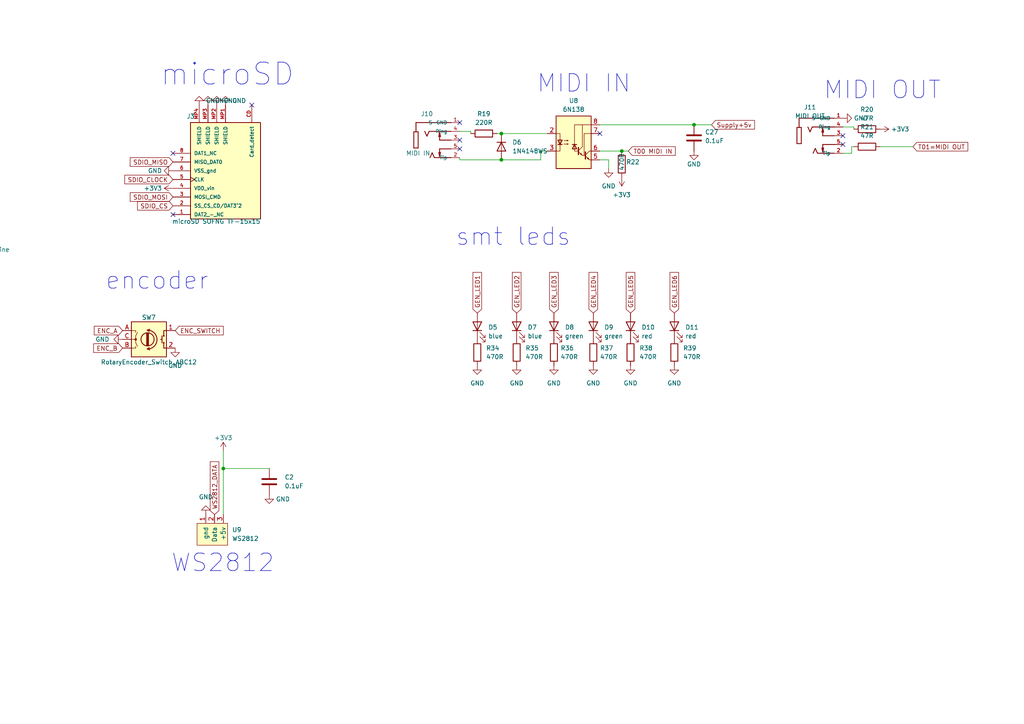
<source format=kicad_sch>
(kicad_sch (version 20211123) (generator eeschema)
  (paper "A4")
  (junction (at 414.655 113.665))
  (junction (at -207.645 20.32))
  (junction (at 201.295 36.195))
  (junction (at -116.205 -17.78))
  (junction (at 64.77 347.345))
  (junction (at 182.245 -41.275))
  (junction (at -60.325 -17.78))
  (junction (at 393.7 5.08))
  (junction (at 179.705 -41.275))
  (junction (at 414.655 106.045))
  (junction (at -184.785 38.1))
  (junction (at -184.785 10.16))
  (junction (at -198.12 2.54))
  (junction (at -214.63 113.03))
  (junction (at -102.87 -17.78))
  (junction (at 180.34 43.815))
  (junction (at -87.63 -17.78))
  (junction (at -174.625 24.13))
  (junction (at 145.415 38.735))
  (junction (at -130.81 13.97))
  (junction (at -199.39 113.03))
  (junction (at 145.415 46.355))
  (junction (at -118.745 6.35))
  (junction (at -168.275 113.03))
  (junction (at 380.365 5.08))
  (junction (at 394.335 32.385))
  (junction (at 381 32.385))
  (junction (at 361.95 32.385))
  (junction (at 64.77 135.89))
  (junction (at -183.515 210.82))
  (junction (at -162.56 38.1))
  (junction (at -184.15 113.03))
  (junction (at 399.415 113.665))
  (junction (at -207.645 2.54))
  (junction (at 399.415 64.77))
  (junction (at -130.81 6.35))
  (junction (at -174.625 213.36))
  (junction (at 403.225 67.31))
  (junction (at 414.655 121.285))
  (junction (at -174.625 38.1))
  (junction (at -130.81 -17.78))
  (junction (at 394.97 382.905))
  (junction (at -130.81 21.59))
  (no_connect (at 378.46 360.045))
  (no_connect (at 244.475 39.37))
  (no_connect (at 244.475 41.91))
  (no_connect (at 133.35 43.18))
  (no_connect (at 133.35 40.64))
  (no_connect (at 73.025 30.48))
  (no_connect (at 50.165 44.45))
  (no_connect (at 50.165 62.23))
  (no_connect (at 173.99 38.735))
  (no_connect (at -36.195 104.775))
  (no_connect (at -92.075 119.38))
  (no_connect (at -92.075 116.84))
  (no_connect (at -36.195 185.42))
  (no_connect (at -36.195 182.88))
  (no_connect (at -36.195 180.34))
  (no_connect (at -36.195 99.695))
  (no_connect (at 396.24 334.645))
  (no_connect (at 77.47 391.16))
  (no_connect (at 77.47 388.62))
  (no_connect (at -92.075 133.985))
  (no_connect (at -92.075 136.525))
  (no_connect (at -92.075 186.055))
  (no_connect (at -92.075 97.155))
  (no_connect (at -92.075 92.075))
  (no_connect (at -92.075 83.82))
  (no_connect (at -92.075 86.36))
  (no_connect (at 211.455 -28.575))
  (no_connect (at -92.075 114.3))
  (no_connect (at -36.195 107.95))
  (no_connect (at -92.075 163.195))
  (no_connect (at 411.48 64.77))
  (no_connect (at 411.48 67.31))
  (no_connect (at -36.195 133.35))
  (no_connect (at -36.195 135.89))
  (no_connect (at -36.195 97.155))
  (no_connect (at 211.455 -33.655))
  (no_connect (at 211.455 -31.115))
  (no_connect (at 211.455 -26.035))
  (no_connect (at 211.455 -23.495))
  (no_connect (at 62.865 274.955))
  (no_connect (at 45.085 274.955))
  (no_connect (at -92.075 160.655))
  (no_connect (at 133.35 35.56))
  (no_connect (at 359.41 72.39))
  (wire (pts (xy -178.435 7.62) (xy -181.61 7.62)))
  (wire (pts (xy 27.94 378.46) (xy 27.94 381)))
  (wire (pts (xy -130.81 6.35) (xy -118.745 6.35)))
  (wire (pts (xy 370.205 360.045) (xy 370.205 391.16)))
  (wire (pts (xy -166.37 115.57) (xy -168.275 115.57)))
  (wire (pts (xy 384.81 80.01) (xy 388.62 80.01)))
  (wire (pts (xy 179.705 -41.275) (xy 182.245 -41.275)))
  (wire (pts (xy -212.09 2.54) (xy -207.645 2.54)))
  (wire (pts (xy 401.32 391.795) (xy 401.32 382.905)))
  (wire (pts (xy -181.61 7.62) (xy -181.61 24.13)))
  (wire (pts (xy 421.64 393.065) (xy 421.64 360.045)))
  (wire (pts (xy 201.295 36.195) (xy 206.375 36.195)))
  (wire (pts (xy 407.035 69.85) (xy 411.48 69.85)))
  (wire (pts (xy 133.35 38.1) (xy 136.525 38.1)))
  (wire (pts (xy 183.515 -33.655) (xy 72.39 -33.655)))
  (wire (pts (xy -207.645 2.54) (xy -198.12 2.54)))
  (wire (pts (xy -196.215 10.16) (xy -184.785 10.16)))
  (wire (pts (xy -181.61 24.13) (xy -174.625 24.13)))
  (wire (pts (xy 407.035 67.31) (xy 407.035 69.85)))
  (wire (pts (xy 173.355 -41.275) (xy 179.705 -41.275)))
  (wire (pts (xy -184.785 38.1) (xy -174.625 38.1)))
  (wire (pts (xy 346.71 72.39) (xy 346.71 67.31)))
  (wire (pts (xy 367.665 393.7) (xy 422.91 393.7)))
  (wire (pts (xy -87.63 -17.78) (xy -60.325 -17.78)))
  (wire (pts (xy -184.785 5.08) (xy -178.435 5.08)))
  (wire (pts (xy 159.385 -27.305) (xy 159.385 -26.035)))
  (wire (pts (xy 343.535 72.39) (xy 346.71 72.39)))
  (wire (pts (xy -168.275 113.03) (xy -166.37 113.03)))
  (wire (pts (xy -134.62 219.075) (xy -128.27 219.075)))
  (wire (pts (xy -198.12 20.32) (xy -207.645 20.32)))
  (wire (pts (xy 396.24 32.385) (xy 394.335 32.385)))
  (wire (pts (xy 351.155 82.55) (xy 359.41 82.55)))
  (wire (pts (xy -174.625 213.36) (xy -188.595 213.36)))
  (wire (pts (xy 93.345 -31.115) (xy 93.345 -28.575)))
  (wire (pts (xy 381 32.385) (xy 379.095 32.385)))
  (wire (pts (xy 84.455 370.84) (xy 77.47 370.84)))
  (wire (pts (xy 384.81 85.09) (xy 393.7 85.09)))
  (wire (pts (xy 393.7 330.2) (xy 393.7 334.645)))
  (wire (pts (xy 414.655 121.285) (xy 424.815 121.285)))
  (wire (pts (xy 173.99 36.195) (xy 201.295 36.195)))
  (wire (pts (xy -184.785 10.16) (xy -184.785 5.08)))
  (wire (pts (xy -138.43 3.81) (xy -145.415 3.81)))
  (wire (pts (xy 182.245 -41.275) (xy 183.515 -41.275)))
  (wire (pts (xy 77.47 386.08) (xy 84.455 386.08)))
  (wire (pts (xy 182.245 -38.735) (xy 182.245 -41.275)))
  (wire (pts (xy -184.15 113.03) (xy -168.275 113.03)))
  (wire (pts (xy 72.39 -33.655) (xy 72.39 -27.305)))
  (wire (pts (xy 332.105 64.77) (xy 335.915 64.77)))
  (wire (pts (xy 136.525 38.1) (xy 136.525 38.735)))
  (wire (pts (xy 332.105 80.01) (xy 335.915 80.01)))
  (wire (pts (xy 173.99 46.355) (xy 176.53 46.355)))
  (wire (pts (xy 111.125 -28.575) (xy 111.125 -27.94)))
  (wire (pts (xy 369.57 92.71) (xy 369.57 101.6)))
  (wire (pts (xy 84.455 363.22) (xy 77.47 363.22)))
  (wire (pts (xy -152.4 38.1) (xy -152.4 19.685)))
  (wire (pts (xy -145.415 8.89) (xy -137.795 8.89)))
  (wire (pts (xy 64.77 130.81) (xy 64.77 135.89)))
  (wire (pts (xy -301.625 21.59) (xy -292.735 21.59)))
  (wire (pts (xy -199.39 113.03) (xy -184.15 113.03)))
  (wire (pts (xy 12.7 373.38) (xy 12.7 370.84)))
  (wire (pts (xy -196.215 34.29) (xy -196.215 38.1)))
  (wire (pts (xy 64.77 342.265) (xy 64.77 347.345)))
  (wire (pts (xy 394.335 32.385) (xy 381 32.385)))
  (wire (pts (xy -60.325 -17.78) (xy -50.8 -17.78)))
  (wire (pts (xy 353.06 354.965) (xy 378.46 354.965)))
  (wire (pts (xy 351.79 32.385) (xy 361.95 32.385)))
  (wire (pts (xy 159.385 -26.035) (xy 183.515 -26.035)))
  (wire (pts (xy 351.79 69.85) (xy 359.41 69.85)))
  (wire (pts (xy 399.415 62.23) (xy 411.48 62.23)))
  (wire (pts (xy 156.845 46.355) (xy 156.845 43.815)))
  (wire (pts (xy -118.745 6.35) (xy -109.855 6.35)))
  (wire (pts (xy 144.145 38.735) (xy 145.415 38.735)))
  (wire (pts (xy 384.81 87.63) (xy 388.62 87.63)))
  (wire (pts (xy 247.015 42.545) (xy 247.015 44.45)))
  (wire (pts (xy -214.63 113.03) (xy -199.39 113.03)))
  (wire (pts (xy 353.06 365.125) (xy 369.57 365.125)))
  (wire (pts (xy 369.57 362.585) (xy 369.57 332.105)))
  (wire (pts (xy 84.455 368.3) (xy 77.47 368.3)))
  (wire (pts (xy 64.77 347.345) (xy 64.77 358.14)))
  (wire (pts (xy 64.77 347.345) (xy 78.105 347.345)))
  (wire (pts (xy 403.86 5.08) (xy 393.7 5.08)))
  (wire (pts (xy 183.515 -28.575) (xy 111.125 -28.575)))
  (wire (pts (xy -207.645 17.78) (xy -207.645 20.32)))
  (wire (pts (xy -198.12 10.16) (xy -198.12 20.32)))
  (wire (pts (xy 373.38 362.585) (xy 378.46 362.585)))
  (wire (pts (xy -173.355 210.82) (xy -183.515 210.82)))
  (wire (pts (xy 145.415 46.355) (xy 156.845 46.355)))
  (wire (pts (xy 64.77 135.89) (xy 64.77 149.225)))
  (wire (pts (xy -307.975 19.05) (xy -299.72 19.05)))
  (wire (pts (xy 368.3 370.205) (xy 368.3 393.065)))
  (wire (pts (xy -173.355 213.36) (xy -174.625 213.36)))
  (wire (pts (xy 399.415 64.77) (xy 399.415 62.23)))
  (wire (pts (xy -137.795 8.89) (xy -137.795 13.97)))
  (wire (pts (xy 353.06 367.665) (xy 368.935 367.665)))
  (wire (pts (xy 399.415 64.77) (xy 399.415 76.2)))
  (wire (pts (xy 145.415 38.735) (xy 158.75 38.735)))
  (wire (pts (xy -183.515 210.82) (xy -188.595 210.82)))
  (wire (pts (xy 399.415 121.285) (xy 414.655 121.285)))
  (wire (pts (xy -174.625 24.13) (xy -174.625 26.67)))
  (wire (pts (xy 361.95 32.385) (xy 363.855 32.385)))
  (wire (pts (xy 247.015 44.45) (xy 244.475 44.45)))
  (wire (pts (xy 422.91 357.505) (xy 419.1 357.505)))
  (wire (pts (xy 393.7 5.08) (xy 380.365 5.08)))
  (wire (pts (xy 264.795 42.545) (xy 255.27 42.545)))
  (wire (pts (xy 179.705 -36.195) (xy 179.705 -41.275)))
  (wire (pts (xy 392.43 64.77) (xy 399.415 64.77)))
  (wire (pts (xy 394.97 382.905) (xy 396.24 382.905)))
  (wire (pts (xy 363.855 34.925) (xy 361.95 34.925)))
  (wire (pts (xy 35.56 383.54) (xy 35.56 388.62)))
  (wire (pts (xy 247.65 36.83) (xy 247.65 37.465)))
  (wire (pts (xy 351.79 69.85) (xy 351.79 80.01)))
  (wire (pts (xy 353.06 362.585) (xy 369.57 362.585)))
  (wire (pts (xy 353.06 360.045) (xy 370.205 360.045)))
  (wire (pts (xy -168.275 115.57) (xy -168.275 113.03)))
  (wire (pts (xy 384.81 72.39) (xy 388.62 72.39)))
  (wire (pts (xy 368.3 393.065) (xy 421.64 393.065)))
  (wire (pts (xy 130.175 -27.305) (xy 159.385 -27.305)))
  (wire (pts (xy -152.4 19.685) (xy -178.435 19.685)))
  (wire (pts (xy 369.57 101.6) (xy 388.62 101.6)))
  (wire (pts (xy 368.935 392.43) (xy 421.005 392.43)))
  (wire (pts (xy 343.535 64.77) (xy 359.41 64.77)))
  (wire (pts (xy -174.625 34.29) (xy -174.625 38.1)))
  (wire (pts (xy 414.655 101.6) (xy 414.655 106.045)))
  (wire (pts (xy 133.35 46.355) (xy 133.35 45.72)))
  (wire (pts (xy 64.77 135.89) (xy 78.105 135.89)))
  (wire (pts (xy -130.81 21.59) (xy -118.745 21.59)))
  (wire (pts (xy 367.665 372.745) (xy 367.665 393.7)))
  (wire (pts (xy 244.475 36.83) (xy 247.65 36.83)))
  (wire (pts (xy 332.105 72.39) (xy 335.915 72.39)))
  (wire (pts (xy -118.745 21.59) (xy -118.745 13.97)))
  (wire (pts (xy 422.91 393.7) (xy 422.91 357.505)))
  (wire (pts (xy 353.06 357.505) (xy 378.46 357.505)))
  (wire (pts (xy 393.7 85.09) (xy 393.7 101.6)))
  (wire (pts (xy 421.005 392.43) (xy 421.005 362.585)))
  (wire (pts (xy 414.655 113.665) (xy 399.415 113.665)))
  (wire (pts (xy 368.935 367.665) (xy 368.935 392.43)))
  (wire (pts (xy -184.785 26.67) (xy -184.785 10.16)))
  (wire (pts (xy 369.57 332.105) (xy 403.86 332.105)))
  (wire (pts (xy 353.06 370.205) (xy 368.3 370.205)))
  (wire (pts (xy 183.515 -38.735) (xy 182.245 -38.735)))
  (wire (pts (xy 373.38 362.585) (xy 373.38 364.49)))
  (wire (pts (xy 380.365 5.08) (xy 379.095 5.08)))
  (wire (pts (xy -174.625 24.13) (xy -162.56 24.13)))
  (wire (pts (xy 403.225 67.31) (xy 407.035 67.31)))
  (wire (pts (xy -138.43 -17.78) (xy -138.43 3.81)))
  (wire (pts (xy -130.81 -17.78) (xy -116.205 -17.78)))
  (wire (pts (xy -145.415 11.43) (xy -144.145 11.43)))
  (wire (pts (xy -198.12 2.54) (xy -178.435 2.54)))
  (wire (pts (xy -132.715 6.35) (xy -130.81 6.35)))
  (wire (pts (xy 388.62 101.6) (xy 388.62 95.25)))
  (wire (pts (xy 346.71 67.31) (xy 359.41 67.31)))
  (wire (pts (xy 77.47 383.54) (xy 84.455 383.54)))
  (wire (pts (xy 403.225 67.31) (xy 403.225 81.915)))
  (wire (pts (xy 369.57 391.795) (xy 401.32 391.795)))
  (wire (pts (xy 247.65 42.545) (xy 247.015 42.545)))
  (wire (pts (xy 369.57 365.125) (xy 369.57 391.795)))
  (wire (pts (xy -299.72 13.97) (xy -285.115 13.97)))
  (wire (pts (xy -178.435 19.685) (xy -178.435 10.16)))
  (wire (pts (xy 370.205 391.16) (xy 432.435 391.16)))
  (wire (pts (xy 176.53 46.355) (xy 176.53 48.895)))
  (wire (pts (xy 183.515 -31.115) (xy 93.345 -31.115)))
  (wire (pts (xy -116.205 -17.78) (xy -102.87 -17.78)))
  (wire (pts (xy 353.06 372.745) (xy 367.665 372.745)))
  (wire (pts (xy 52.07 373.38) (xy 12.7 373.38)))
  (wire (pts (xy 393.7 382.905) (xy 394.97 382.905)))
  (wire (pts (xy 351.79 80.01) (xy 343.535 80.01)))
  (wire (pts (xy 432.435 391.16) (xy 432.435 354.965)))
  (wire (pts (xy 394.97 382.905) (xy 394.97 385.445)))
  (wire (pts (xy 84.455 373.38) (xy 77.47 373.38)))
  (wire (pts (xy 361.95 34.925) (xy 361.95 32.385)))
  (wire (pts (xy 421.005 362.585) (xy 419.1 362.585)))
  (wire (pts (xy 77.47 378.46) (xy 84.455 378.46)))
  (wire (pts (xy -196.215 38.1) (xy -184.785 38.1)))
  (wire (pts (xy 52.07 378.46) (xy 27.94 378.46)))
  (wire (pts (xy 183.515 -36.195) (xy 179.705 -36.195)))
  (wire (pts (xy -102.87 -17.78) (xy -87.63 -17.78)))
  (wire (pts (xy 403.86 332.105) (xy 403.86 334.645)))
  (wire (pts (xy -36.195 94.615) (xy -26.67 94.615)))
  (wire (pts (xy 392.43 67.31) (xy 403.225 67.31)))
  (wire (pts (xy 52.07 383.54) (xy 35.56 383.54)))
  (wire (pts (xy 77.47 381) (xy 84.455 381)))
  (wire (pts (xy 44.45 388.62) (xy 52.07 388.62)))
  (wire (pts (xy -162.56 35.56) (xy -162.56 38.1)))
  (wire (pts (xy -184.785 34.29) (xy -184.785 38.1)))
  (wire (pts (xy 84.455 375.92) (xy 77.47 375.92)))
  (wire (pts (xy -300.355 8.89) (xy -285.115 8.89)))
  (wire (pts (xy 156.845 43.815) (xy 158.75 43.815)))
  (wire (pts (xy 145.415 46.355) (xy 133.35 46.355)))
  (wire (pts (xy -292.1 19.05) (xy -285.115 19.05)))
  (wire (pts (xy -130.81 -17.78) (xy -138.43 -17.78)))
  (wire (pts (xy 399.415 106.045) (xy 414.655 106.045)))
  (wire (pts (xy 432.435 354.965) (xy 419.1 354.965)))
  (wire (pts (xy 84.455 365.76) (xy 77.47 365.76)))
  (wire (pts (xy -144.145 11.43) (xy -144.145 12.7)))
  (wire (pts (xy 173.99 43.815) (xy 180.34 43.815)))
  (wire (pts (xy -231.775 113.03) (xy -214.63 113.03)))
  (wire (pts (xy -174.625 38.1) (xy -162.56 38.1)))
  (wire (pts (xy -196.215 26.67) (xy -196.215 10.16)))
  (wire (pts (xy 399.415 113.665) (xy 391.795 113.665)))
  (wire (pts (xy -137.795 13.97) (xy -130.81 13.97)))
  (wire (pts (xy 180.34 43.815) (xy 182.245 43.815)))
  (wire (pts (xy -207.645 20.32) (xy -207.645 22.225)))
  (wire (pts (xy 421.64 360.045) (xy 419.1 360.045)))
  (wire (pts (xy -162.56 38.1) (xy -152.4 38.1)))
  (wire (pts (xy 393.7 101.6) (xy 414.655 101.6)))
  (wire (pts (xy -162.56 27.94) (xy -162.56 24.13)))
  (text "battery charge and 5v reg" (at -196.85 -25.4 0) (effects (font (size 6.35 6.35)) (justify left bottom)))
  (text "MIDI IN" (at 155.575 27.305 0) (effects (font (size 5.08 5.08)) (justify left bottom)))
  (text "MPR121, 0x5A i2c\nbuilt-in slider" (at 7.62 334.01 0) (effects (font (size 6.35 6.35)) (justify left bottom)))
  (text "PCA9554APW,118 0x38\nbuilt-in" (at 153.035 -59.055 0) (effects (font (size 6.35 6.35)) (justify left bottom)))
  (text "encoder" (at 30.48 84.455 0) (effects (font (size 5.08 5.08)) (justify left bottom)))
  (text "3.3v REG" (at -231.14 97.155 0) (effects (font (size 6.35 6.35)) (justify left bottom)))
  (text "microSD" (at 46.355 25.4 0) (effects (font (size 6.35 6.35)) (justify left bottom)))
  (text "smt leds" (at 132.08 71.755 0) (effects (font (size 5.08 5.08)) (justify left bottom)))
  (text "HEADERs" (at -189.23 194.31 0) (effects (font (size 6.35 6.35)) (justify left bottom)))
  (text "CapSense, i2c 0x37" (at 347.98 290.195 0) (effects (font (size 6.35 6.35)) (justify left bottom)))
  (text "WS2812" (at 49.53 166.37 0) (effects (font (size 5.08 5.08)) (justify left bottom)))
  (text "PRESSURE, 0X28" (at 29.845 260.985 0) (effects (font (size 5.08 5.08)) (justify left bottom)))
  (text "MIDI OUT" (at 238.76 29.21 0) (effects (font (size 5.08 5.08)) (justify left bottom)))
  (text "USB-C input" (at -300.99 -23.495 0) (effects (font (size 6.35 6.35)) (justify left bottom)))
  (text "DAC - PCM5102A" (at 335.915 -4.445 0) (effects (font (size 6.35 6.35)) (justify left bottom)))
  (global_label "USB_Vin5v" (shape input) (at -212.09 2.54 180) (property "Intersheet References" "${INTERSHEET_REFS}" (effects hide)))
  (global_label "USB data in -" (shape input) (at -299.72 13.97 180) (property "Intersheet References" "${INTERSHEET_REFS}" (effects hide)))
  (global_label "USB data in -" (shape input) (at -36.195 144.78 0) (property "Intersheet References" "${INTERSHEET_REFS}" (effects hide)))
  (global_label "I2C_SDA" (shape input) (at -173.355 210.82 0) (property "Intersheet References" "${INTERSHEET_REFS}" (effects hide)))
  (global_label "I2C_SCL" (shape input) (at 211.455 -36.195 0) (property "Intersheet References" "${INTERSHEET_REFS}" (effects hide)))
  (global_label "D3v3" (shape input) (at 408.94 5.08 0) (property "Intersheet References" "${INTERSHEET_REFS}" (effects hide)))
  (global_label "SPI0_MISO" (shape input) (at -200.025 234.315 0) (property "Intersheet References" "${INTERSHEET_REFS}" (effects hide)))
  (global_label "D3v3" (shape input) (at 372.11 59.69 90) (property "Intersheet References" "${INTERSHEET_REFS}" (effects hide)))
  (global_label "ENC_B" (shape input) (at -36.195 162.56 0) (property "Intersheet References" "${INTERSHEET_REFS}" (effects hide)))
  (global_label "Supply+5v" (shape input) (at -231.775 113.03 180) (property "Intersheet References" "${INTERSHEET_REFS}" (effects hide)))
  (global_label "OLED_CS" (shape input) (at -128.27 231.775 180) (property "Intersheet References" "${INTERSHEET_REFS}" (effects hide)))
  (global_label "I2S_DIN" (shape input) (at -92.075 94.615 180) (property "Intersheet References" "${INTERSHEET_REFS}" (effects hide)))
  (global_label "SDIO_CS" (shape input) (at 50.165 59.69 180) (property "Intersheet References" "${INTERSHEET_REFS}" (effects hide)))
  (global_label "I2S_LRCK" (shape input) (at -92.075 99.695 180) (property "Intersheet References" "${INTERSHEET_REFS}" (effects hide)))
  (global_label "SDIO_MOSI" (shape input) (at -92.075 128.905 180) (property "Intersheet References" "${INTERSHEET_REFS}" (effects hide)))
  (global_label "GEN_LED5" (shape input) (at 182.88 90.805 90) (property "Intersheet References" "${INTERSHEET_REFS}" (effects hide)))
  (global_label "I2C_SDA" (shape input) (at 52.07 365.76 180) (property "Intersheet References" "${INTERSHEET_REFS}" (effects hide)))
  (global_label "SPI0_MOSI" (shape input) (at -200.025 236.855 0) (property "Intersheet References" "${INTERSHEET_REFS}" (effects hide)))
  (global_label "SDIO_MISO" (shape input) (at 50.165 46.99 180) (property "Intersheet References" "${INTERSHEET_REFS}" (effects hide)))
  (global_label "OLED_RES" (shape input) (at -36.195 167.64 0) (property "Intersheet References" "${INTERSHEET_REFS}" (effects hide)))
  (global_label "GEN_LED3" (shape input) (at -92.075 170.815 180) (property "Intersheet References" "${INTERSHEET_REFS}" (effects hide)))
  (global_label "SPI0_MISO" (shape input) (at -92.075 151.765 180) (property "Intersheet References" "${INTERSHEET_REFS}" (effects hide)))
  (global_label "USB data in +" (shape input) (at -300.355 8.89 180) (property "Intersheet References" "${INTERSHEET_REFS}" (effects hide)))
  (global_label "SDIO_CS" (shape input) (at -92.075 139.065 180) (property "Intersheet References" "${INTERSHEET_REFS}" (effects hide)))
  (global_label "SPI0_SCK" (shape input) (at -92.075 146.685 180) (property "Intersheet References" "${INTERSHEET_REFS}" (effects hide)))
  (global_label "I2C_SCL" (shape input) (at 398.78 334.645 90) (property "Intersheet References" "${INTERSHEET_REFS}" (effects hide)))
  (global_label "I2C_SCL" (shape input) (at -173.355 213.36 0) (property "Intersheet References" "${INTERSHEET_REFS}" (effects hide)))
  (global_label "ENC_SWITCH" (shape input) (at -36.195 157.48 0) (property "Intersheet References" "${INTERSHEET_REFS}" (effects hide)))
  (global_label "Batt+" (shape input) (at -35.56 34.925 180) (property "Intersheet References" "${INTERSHEET_REFS}" (effects hide)))
  (global_label "ENC_A" (shape input) (at 35.56 95.885 180) (property "Intersheet References" "${INTERSHEET_REFS}" (effects hide)))
  (global_label "WS2812_DATA" (shape input) (at -92.075 183.515 180) (property "Intersheet References" "${INTERSHEET_REFS}" (effects hide)))
  (global_label "T00 MIDI IN" (shape input) (at 182.245 43.815 0) (property "Intersheet References" "${INTERSHEET_REFS}" (effects hide)))
  (global_label "I2C_SCL" (shape input) (at 52.07 368.3 180) (property "Intersheet References" "${INTERSHEET_REFS}" (effects hide)))
  (global_label "T01=MIDI OUT" (shape input) (at 264.795 42.545 0) (property "Intersheet References" "${INTERSHEET_REFS}" (effects hide)))
  (global_label "ENC_SWITCH" (shape input) (at 50.8 95.885 0) (property "Intersheet References" "${INTERSHEET_REFS}" (effects hide)))
  (global_label "I2C_SDA" (shape input) (at 211.455 -38.735 0) (property "Intersheet References" "${INTERSHEET_REFS}" (effects hide)))
  (global_label "SPI0_generic1_cs" (shape input) (at -200.025 244.475 0) (property "Intersheet References" "${INTERSHEET_REFS}" (effects hide)))
  (global_label "A3v3" (shape input) (at 374.65 59.69 90) (property "Intersheet References" "${INTERSHEET_REFS}" (effects hide)))
  (global_label "T00 MIDI IN" (shape input) (at -92.075 180.975 180) (property "Intersheet References" "${INTERSHEET_REFS}" (effects hide)))
  (global_label "SPI0_MOSI" (shape input) (at -92.075 149.225 180) (property "Intersheet References" "${INTERSHEET_REFS}" (effects hide)))
  (global_label "Supply+5v" (shape input) (at -50.8 -17.78 0) (property "Intersheet References" "${INTERSHEET_REFS}" (effects hide)))
  (global_label "Supply+5v" (shape input) (at 206.375 36.195 0) (property "Intersheet References" "${INTERSHEET_REFS}" (effects hide)))
  (global_label "GEN_LED3" (shape input) (at 160.655 90.805 90) (property "Intersheet References" "${INTERSHEET_REFS}" (effects hide)))
  (global_label "I2C_SDA" (shape input) (at 62.865 278.765 0) (property "Intersheet References" "${INTERSHEET_REFS}" (effects hide)))
  (global_label "D3v3" (shape input) (at 351.79 32.385 180) (property "Intersheet References" "${INTERSHEET_REFS}" (effects hide)))
  (global_label "I2C_SCL" (shape input) (at -92.075 109.22 180) (property "Intersheet References" "${INTERSHEET_REFS}" (effects hide)))
  (global_label "SPI0_SCK" (shape input) (at -200.025 239.395 0) (property "Intersheet References" "${INTERSHEET_REFS}" (effects hide)))
  (global_label "OLED_DC" (shape input) (at -36.195 165.1 0) (property "Intersheet References" "${INTERSHEET_REFS}" (effects hide)))
  (global_label "D3v3" (shape input) (at 351.155 82.55 180) (property "Intersheet References" "${INTERSHEET_REFS}" (effects hide)))
  (global_label "I2S_BCK" (shape input) (at 332.105 80.01 180) (property "Intersheet References" "${INTERSHEET_REFS}" (effects hide)))
  (global_label "OLED_RES" (shape input) (at -128.27 226.695 180) (property "Intersheet References" "${INTERSHEET_REFS}" (effects hide)))
  (global_label "USB_Vin5v" (shape input) (at -285.115 26.67 180) (property "Intersheet References" "${INTERSHEET_REFS}" (effects hide)))
  (global_label "I2S_BCK" (shape input) (at -92.075 102.235 180) (property "Intersheet References" "${INTERSHEET_REFS}" (effects hide)))
  (global_label "OLED_CS" (shape input) (at -92.075 154.305 180) (property "Intersheet References" "${INTERSHEET_REFS}" (effects hide)))
  (global_label "GEN_LED5" (shape input) (at -36.195 172.72 0) (property "Intersheet References" "${INTERSHEET_REFS}" (effects hide)))
  (global_label "D3v3" (shape input) (at 424.815 121.285 0) (property "Intersheet References" "${INTERSHEET_REFS}" (effects hide)))
  (global_label "GEN_LED1" (shape input) (at 138.43 90.805 90) (property "Intersheet References" "${INTERSHEET_REFS}" (effects hide)))
  (global_label "GEN_LED6" (shape input) (at -36.195 175.26 0) (property "Intersheet References" "${INTERSHEET_REFS}" (effects hide)))
  (global_label "SDIO_CLOCK" (shape input) (at 50.165 52.07 180) (property "Intersheet References" "${INTERSHEET_REFS}" (effects hide)))
  (global_label "GEN_LED2" (shape input) (at 149.86 90.805 90) (property "Intersheet References" "${INTERSHEET_REFS}" (effects hide)))
  (global_label "A3v3" (shape input) (at 369.57 59.69 90) (property "Intersheet References" "${INTERSHEET_REFS}" (effects hide)))
  (global_label "Batt+" (shape input) (at -109.855 6.35 0) (property "Intersheet References" "${INTERSHEET_REFS}" (effects hide)))
  (global_label "OLED_DC" (shape input) (at -128.27 229.235 180) (property "Intersheet References" "${INTERSHEET_REFS}" (effects hide)))
  (global_label "I2C_SCL" (shape input) (at 62.865 282.575 0) (property "Intersheet References" "${INTERSHEET_REFS}" (effects hide)))
  (global_label "T01=MIDI OUT" (shape input) (at -92.075 178.435 180) (property "Intersheet References" "${INTERSHEET_REFS}" (effects hide)))
  (global_label "SDIO_MISO" (shape input) (at -92.075 131.445 180) (property "Intersheet References" "${INTERSHEET_REFS}" (effects hide)))
  (global_label "Supply+5v" (shape input) (at -36.195 149.86 0) (property "Intersheet References" "${INTERSHEET_REFS}" (effects hide)))
  (global_label "ENC_B" (shape input) (at 35.56 100.965 180) (property "Intersheet References" "${INTERSHEET_REFS}" (effects hide)))
  (global_label "GEN_LED6" (shape input) (at 195.58 90.805 90) (property "Intersheet References" "${INTERSHEET_REFS}" (effects hide)))
  (global_label "I2C_SDA" (shape input) (at 401.32 334.645 90) (property "Intersheet References" "${INTERSHEET_REFS}" (effects hide)))
  (global_label "SPI0_SCK" (shape input) (at -128.27 221.615 180) (property "Intersheet References" "${INTERSHEET_REFS}" (effects hide)))
  (global_label "GEN_LED1" (shape input) (at -92.075 168.275 180) (property "Intersheet References" "${INTERSHEET_REFS}" (effects hide)))
  (global_label "WS2812_DATA" (shape input) (at 62.23 149.225 90) (property "Intersheet References" "${INTERSHEET_REFS}" (effects hide)))
  (global_label "SPI0_MOSI" (shape input) (at -128.27 224.155 180) (property "Intersheet References" "${INTERSHEET_REFS}" (effects hide)))
  (global_label "ENC_A" (shape input) (at -36.195 160.02 0) (property "Intersheet References" "${INTERSHEET_REFS}" (effects hide)))
  (global_label "SPI0_generic0_cs" (shape input) (at -200.025 241.935 0) (property "Intersheet References" "${INTERSHEET_REFS}" (effects hide)))
  (global_label "SDIO_CLOCK" (shape input) (at -92.075 126.365 180) (property "Intersheet References" "${INTERSHEET_REFS}" (effects hide)))
  (global_label "GEN_LED4" (shape input) (at -92.075 173.355 180) (property "Intersheet References" "${INTERSHEET_REFS}" (effects hide)))
  (global_label "I2S_DIN" (shape input) (at 332.105 72.39 180) (property "Intersheet References" "${INTERSHEET_REFS}" (effects hide)))
  (global_label "SPI0_generic0_cs" (shape input) (at -36.195 170.18 0) (property "Intersheet References" "${INTERSHEET_REFS}" (effects hide)))
  (global_label "I2C_SDA" (shape input) (at -92.075 111.76 180) (property "Intersheet References" "${INTERSHEET_REFS}" (effects hide)))
  (global_label "A3v3" (shape input) (at 396.24 32.385 0) (property "Intersheet References" "${INTERSHEET_REFS}" (effects hide)))
  (global_label "SPI0_generic1_cs" (shape input) (at -36.195 177.8 0) (property "Intersheet References" "${INTERSHEET_REFS}" (effects hide)))
  (global_label "USB data in +" (shape input) (at -36.195 147.32 0) (property "Intersheet References" "${INTERSHEET_REFS}" (effects hide)))
  (global_label "GEN_LED2" (shape input) (at -92.075 165.735 180) (property "Intersheet References" "${INTERSHEET_REFS}" (effects hide)))
  (global_label "SDIO_MOSI" (shape input) (at 50.165 57.15 180) (property "Intersheet References" "${INTERSHEET_REFS}" (effects hide)))
  (global_label "I2S_LRCK" (shape input) (at 332.105 64.77 180) (property "Intersheet References" "${INTERSHEET_REFS}" (effects hide)))
  (global_label "GEN_LED4" (shape input) (at 172.085 90.805 90) (property "Intersheet References" "${INTERSHEET_REFS}" (effects hide)))
  (symbol (lib_id "power:GND") (at 244.475 34.29 90) (unit 1)
    (property "Reference" "#PWR0166" (effects hide))
    (property "Value" "GND" (at 247.65 34.2899 90) (effects (justify right)))
  )
  (symbol (lib_id "Device:R") (at 140.335 38.735 90) (unit 1)
    (property "Reference" "R19" (at 140.335 33.02 90))
    (property "Value" "220R" (at 140.335 35.56 90))
    (property "Footprint" "Resistor_SMD:R_0805_2012Metric" (effects hide))
    (property "LCSC part number" "C17557" (effects hide))
    (property "verif" "1" (effects hide))
  )
  (symbol (lib_id "power:GND") (at 130.175 -17.145 0) (unit 1)
    (property "Reference" "#PWR0187" (effects hide))
    (property "Value" "GND" (at 130.175 -10.795 0))
  )
  (symbol (lib_id "clarinoid2:Placeholder") (at -25.4 69.85 0) (unit 1) (in_bom no)
    (property "Reference" "U2" (at -13.97 69.8499 0) (effects (justify left)))
    (property "Value" "Micromod outline" (at -13.97 72.3899 0) (effects (justify left)))
    (property "Footprint" "clarinoid2:Teensy_4.0_MicroMod outline fab" (effects hide))
    (property "LCSC part number" "-" (effects hide))
    (property "verif" "1" (effects hide))
  )
  (symbol (lib_id "Device:C") (at 44.45 392.43 0) (unit 1)
    (property "Reference" "C24" (at 48.895 391.1599 0) (effects (justify left)))
    (property "Value" "0.1uF" (at 48.895 393.6999 0) (effects (justify left)))
    (property "Footprint" "Capacitor_SMD:C_0402_1005Metric" (effects hide))
    (property "LCSC part number" "C1525" (effects hide))
    (property "verif" "1" (effects hide))
  )
  (symbol (lib_id "power:GND") (at -36.195 116.205 90) (unit 1)
    (property "Reference" "#PWR0129" (effects hide))
    (property "Value" "GND" (at -33.02 116.2049 90) (effects (justify right)))
  )
  (symbol (lib_id "clarinoid2:SSD1306") (at -123.19 224.155 0) (unit 1)
    (property "Reference" "J12" (at -115.57 222.8849 0) (effects (justify left)))
    (property "Value" "SSD1306" (at -115.57 225.4249 0) (effects (justify left)))
    (property "Footprint" "Connector_PinSocket_2.54mm:PinSocket_1x07_P2.54mm_Vertical" (effects hide))
    (property "LCSC part number" "C358721" (effects hide))
    (property "verif" "1" (effects hide))
  )
  (symbol (lib_id "power:GND") (at -269.875 -11.43 180) (unit 1)
    (property "Reference" "#PWR0135" (effects hide))
    (property "Value" "GND" (at -269.875 -15.875 0))
  )
  (symbol (lib_id "Device:LED") (at 195.58 94.615 90) (unit 1)
    (property "Reference" "D11" (at 198.755 94.9324 90) (effects (justify right)))
    (property "Value" "red" (at 198.755 97.4724 90) (effects (justify right)))
    (property "Footprint" "LED_SMD:LED_0603_1608Metric" (effects hide))
    (property "LCSC part number" "C72044" (effects hide))
    (property "verif" "1" (effects hide))
  )
  (symbol (lib_id "power:GND") (at 394.335 40.005 0) (unit 1)
    (property "Reference" "#PWR0105" (effects hide))
    (property "Value" "GND" (at 394.335 45.72 0))
  )
  (symbol (lib_id "power:GND") (at 78.105 143.51 0) (unit 1)
    (property "Reference" "#PWR0192" (effects hide))
    (property "Value" "GND" (at 80.01 144.7799 0) (effects (justify left)))
  )
  (symbol (lib_id "Device:R") (at 12.7 367.03 180) (unit 1)
    (property "Reference" "R4" (at 15.24 365.7599 0) (effects (justify right)))
    (property "Value" "10k" (at 15.24 368.2999 0) (effects (justify right)))
    (property "Footprint" "Resistor_SMD:R_0402_1005Metric" (effects hide))
    (property "LCSC part number" "C25744" (effects hide))
    (property "verif" "1" (effects hide))
  )
  (symbol (lib_id "Device:R") (at 339.725 80.01 90) (unit 1)
    (property "Reference" "R3" (at 339.725 82.55 90))
    (property "Value" "22R" (at 339.725 77.47 90))
    (property "Footprint" "Resistor_SMD:R_0402_1005Metric" (effects hide))
    (property "LCSC part number" "C25092" (effects hide))
    (property "verif" "1" (effects hide))
  )
  (symbol (lib_id "power:GND") (at 374.65 92.71 0) (unit 1)
    (property "Reference" "#PWR0112" (effects hide))
    (property "Value" "GND" (at 378.46 93.9799 0) (effects (justify left)))
  )
  (symbol (lib_id "power:GND") (at 195.58 106.045 0) (unit 1)
    (property "Reference" "#PWR0204" (effects hide))
    (property "Value" "GND" (at 195.58 111.125 0))
  )
  (symbol (lib_name "Switchcraft 35RAPC4BV4_1") (lib_id "clarinoid2:Switchcraft 35RAPC4BV4") (at 419.1 67.31 180) (unit 1)
    (property "Reference" "J1" (at 426.085 66.0399 0) (effects (justify right)))
    (property "Value" "AudioOut" (at 426.085 68.5799 0) (effects (justify right)))
    (property "Footprint" "clarinoid2:SWITCHCRAFT_35RAPC4BV4" (effects hide))
    (property "STANDARD" "Manufacturer Recommendations" (effects hide))
    (property "PARTREV" "G" (effects hide))
    (property "MAXIMUM_PACKAGE_HIEGHT" "12.573mm" (effects hide))
    (property "MANUFACTURER" "Switchcraft Inc." (effects hide))
    (property "LCSC part number" "-" (effects hide))
    (property "verif" "1" (effects hide))
  )
  (symbol (lib_id "power:GND") (at 149.86 106.045 0) (unit 1)
    (property "Reference" "#PWR0201" (effects hide))
    (property "Value" "GND" (at 149.86 111.125 0))
  )
  (symbol (lib_id "power:GND") (at -130.81 -10.16 0) (unit 1)
    (property "Reference" "#PWR0134" (effects hide))
    (property "Value" "GND" (at -130.81 -5.08 0))
  )
  (symbol (lib_id "power:GND") (at -128.27 216.535 270) (unit 1)
    (property "Reference" "#PWR0155" (effects hide))
    (property "Value" "GND" (at -130.81 216.5349 90) (effects (justify right)))
  )
  (symbol (lib_id "Device:R") (at 388.62 64.77 90) (unit 1)
    (property "Reference" "R5" (at 389.255 62.865 90))
    (property "Value" "470R" (at 388.62 64.77 90))
    (property "Footprint" "Resistor_SMD:R_0402_1005Metric" (effects hide))
    (property "LCSC part number" "C25117" (effects hide))
    (property "verif" "1" (effects hide))
  )
  (symbol (lib_id "power:GND") (at -87.63 -10.16 0) (unit 1)
    (property "Reference" "#PWR0139" (effects hide))
    (property "Value" "GND" (at -87.63 -5.08 0))
  )
  (symbol (lib_id "power:GND") (at 359.41 80.01 270) (unit 1)
    (property "Reference" "#PWR0118" (effects hide))
    (property "Value" "GND" (at 353.06 80.01 90) (effects (justify left)))
  )
  (symbol (lib_id "power:GND") (at 138.43 106.045 0) (unit 1)
    (property "Reference" "#PWR0202" (effects hide))
    (property "Value" "GND" (at 138.43 111.125 0))
  )
  (symbol (lib_id "Switch:SW_Push") (at 111.125 -22.86 90) (unit 1)
    (property "Reference" "SW4" (at 114.3 -24.1301 90) (effects (justify right)))
    (property "Value" "SW_Push" (at 114.3 -21.5901 90) (effects (justify right)))
    (property "Footprint" "SamacSys_Parts:B3F-4055" (effects hide))
    (property "LCSC part number" "C84931" (effects hide))
    (property "verif" "1" (effects hide))
  )
  (symbol (lib_id "clarinoid2:microSD SOFNG TF-15x15") (at 67.945 48.26 180) (unit 1)
    (property "Reference" "J3" (at 56.515 33.02 0) (effects (justify left bottom)))
    (property "Value" "microSD SOFNG TF-15x15" (at 75.565 63.5 0) (effects (justify left bottom)))
    (property "Footprint" "clarinoid2:SOFNG TF-15x15 (LCSC C111196)" (effects hide))
    (property "LCSC" "C111196" (effects hide))
    (property "LCSC part number" "C111196" (effects hide))
    (property "verif" "1" (effects hide))
  )
  (symbol (lib_id "Regulator_Linear:TLV75733PDBV") (at -158.75 115.57 0) (unit 1)
    (property "Reference" "U11" (at -158.75 105.41 0))
    (property "Value" "TLV75733PDBV" (at -158.75 107.95 0))
    (property "Footprint" "Package_TO_SOT_SMD:SOT-23-5" (effects hide))
    (property "Datasheet" "https://www.ti.com/lit/ds/symlink/tlv757p.pdf" (effects hide))
    (property "LCSC part number" "C485517" (effects hide))
    (property "verif" "1" (effects hide))
  )
  (symbol (lib_id "power:+3.3V") (at 12.7 363.22 0) (unit 1)
    (property "Reference" "#PWR0153" (effects hide))
    (property "Value" "+3.3V" (at 15.24 361.9499 0) (effects (justify left)))
  )
  (symbol (lib_id "Device:C") (at 373.38 368.3 0) (unit 1)
    (property "Reference" "C30" (at 377.825 367.0299 0) (effects (justify left)))
    (property "Value" "0.1uF" (at 377.825 369.5699 0) (effects (justify left)))
    (property "Footprint" "Capacitor_SMD:C_0402_1005Metric" (effects hide))
    (property "LCSC part number" "C1525" (effects hide))
    (property "verif" "1" (effects hide))
  )
  (symbol (lib_id "clarinoid2:PCM5102") (at 372.11 74.93 0) (unit 1)
    (property "Reference" "U1" (at 376.6694 57.15 0) (effects (justify left)))
    (property "Value" "PCM5102A" (at 376.6694 59.69 0) (effects (justify left)))
    (property "Footprint" "Package_SO:TSSOP-20_4.4x6.5mm_P0.65mm" (effects hide))
    (property "Datasheet" "http://www.ti.com/lit/ds/symlink/pcm5102.pdf" (effects hide))
    (property "LCSC part number" "C107671" (effects hide))
    (property "verif" "1" (effects hide))
  )
  (symbol (lib_id "Device:R") (at 182.88 102.235 0) (unit 1)
    (property "Reference" "R38" (at 185.42 100.9649 0) (effects (justify left)))
    (property "Value" "470R" (at 185.42 103.5049 0) (effects (justify left)))
    (property "Footprint" "Resistor_SMD:R_0402_1005Metric" (effects hide))
    (property "LCSC part number" "C25117" (effects hide))
    (property "verif" "1" (effects hide))
  )
  (symbol (lib_id "Device:C") (at -118.745 10.16 0) (unit 1)
    (property "Reference" "C19" (at -114.3 8.8899 0) (effects (justify left)))
    (property "Value" "22uF" (at -114.3 11.4299 0) (effects (justify left)))
    (property "Footprint" "Capacitor_SMD:C_0603_1608Metric" (effects hide))
    (property "LCSC part number" "C59461" (effects hide))
    (property "verif" "1" (effects hide))
  )
  (symbol (lib_id "Device:Battery_Cell") (at -35.56 40.005 0) (unit 1)
    (property "Reference" "BT1" (at -30.48 36.7029 0) (effects (justify left)))
    (property "Value" "Battery_Cell" (at -30.48 39.2429 0) (effects (justify left)))
    (property "Footprint" "Battery:BatteryHolder_Keystone_1042_1x18650" (effects hide))
    (property "LCSC part number" "-" (effects hide))
    (property "verif" "1" (effects hide))
  )
  (symbol (lib_id "Device:R") (at 138.43 102.235 0) (unit 1)
    (property "Reference" "R34" (at 140.97 100.9649 0) (effects (justify left)))
    (property "Value" "470R" (at 140.97 103.5049 0) (effects (justify left)))
    (property "Footprint" "Resistor_SMD:R_0402_1005Metric" (effects hide))
    (property "LCSC part number" "C25117" (effects hide))
    (property "verif" "1" (effects hide))
  )
  (symbol (lib_id "power:GND") (at 84.455 360.68 270) (unit 1)
    (property "Reference" "#PWR0158" (effects hide))
    (property "Value" "GND" (at 85.725 360.6799 90) (effects (justify left)))
  )
  (symbol (lib_id "power:+3.3V") (at -188.595 208.28 270) (unit 1)
    (property "Reference" "#PWR0179" (effects hide))
    (property "Value" "+3.3V" (at -184.785 208.2799 90) (effects (justify left)))
  )
  (symbol (lib_id "power:GND") (at 183.515 -23.495 270) (unit 1)
    (property "Reference" "#PWR0121" (effects hide))
    (property "Value" "GND" (at 180.34 -23.4951 90) (effects (justify right)))
  )
  (symbol (lib_id "power:GND") (at -200.025 229.235 90) (unit 1)
    (property "Reference" "#PWR0147" (effects hide))
    (property "Value" "GND" (at -197.485 229.2351 90) (effects (justify right)))
  )
  (symbol (lib_id "power:GND") (at 372.11 92.71 0) (unit 1)
    (property "Reference" "#PWR0111" (effects hide))
    (property "Value" "GND" (at 372.11 98.425 0))
  )
  (symbol (lib_id "Mechanical:MountingHole") (at 200.025 271.78 0) (unit 1)
    (property "Reference" "H3" (at 202.565 270.5099 0) (effects (justify left)))
    (property "Value" "MountingHole" (at 202.565 273.0499 0) (effects (justify left)))
    (property "Footprint" "clarinoid2:Wurth Elektronik Reverse SMD Spacer M3" (effects hide))
    (property "MANUFACTURER" "Wurth" (effects hide))
    (property "LCSC part number" "-" (effects hide))
    (property "verif" "1" (effects hide))
  )
  (symbol (lib_id "Mechanical:MountingHole") (at -76.835 68.58 0) (unit 1)
    (property "Reference" "H1" (at -74.295 67.3099 0) (effects (justify left)))
    (property "Value" "M.2 riser SMTSO2530CTJ " (at -74.295 69.8499 0) (effects (justify left)))
    (property "Footprint" "clarinoid2:Sinhoo SMTSO2530CTJ" (effects hide))
    (property "LCSC part number" "C2915631" (effects hide))
    (property "verif" "1" (effects hide))
  )
  (symbol (lib_id "Switch:SW_Push") (at 130.175 -22.225 90) (unit 1)
    (property "Reference" "SW5" (at 133.35 -23.4951 90) (effects (justify right)))
    (property "Value" "SW_Push" (at 133.35 -20.9551 90) (effects (justify right)))
    (property "Footprint" "SamacSys_Parts:B3F-4055" (effects hide))
    (property "LCSC part number" "C84931" (effects hide))
    (property "verif" "1" (effects hide))
  )
  (symbol (lib_id "power:GND") (at 78.105 354.965 0) (unit 1)
    (property "Reference" "#PWR0160" (effects hide))
    (property "Value" "GND" (at 80.01 356.2349 0) (effects (justify left)))
  )
  (symbol (lib_id "clarinoidSymbols:HoneywellABPMAND001PG2A3") (at 53.975 278.765 0) (unit 1)
    (property "Reference" "U10" (at 53.975 266.065 0))
    (property "Value" "Pressure1_0x28_I2C0" (at 53.975 268.605 0))
    (property "Footprint" "SamacSys_Parts:ABPMAND001PG2A3" (effects hide))
    (property "LCSC part number" "-" (effects hide))
    (property "verif" "1" (effects hide))
  )
  (symbol (lib_id "power:GND") (at -262.255 -11.43 180) (unit 1)
    (property "Reference" "#PWR0136" (effects hide))
    (property "Value" "GND" (at -262.255 -15.875 0))
  )
  (symbol (lib_id "Connector_Generic:Conn_01x07") (at -205.105 236.855 0) (mirror y) (unit 1)
    (property "Reference" "J4" (at -205.105 220.345 0))
    (property "Value" "header_spi" (at -205.105 222.885 0))
    (property "Footprint" "Connector_PinSocket_2.54mm:PinSocket_1x07_P2.54mm_Vertical" (effects hide))
    (property "LCSC part number" "C358721" (effects hide))
    (property "verif" "1" (effects hide))
  )
  (symbol (lib_id "Device:LED") (at 160.655 94.615 90) (unit 1)
    (property "Reference" "D8" (at 163.83 94.9324 90) (effects (justify right)))
    (property "Value" "green" (at 163.83 97.4724 90) (effects (justify right)))
    (property "Footprint" "LED_SMD:LED_0603_1608Metric" (effects hide))
    (property "LCSC part number" "C72043" (effects hide))
    (property "verif" "1" (effects hide))
  )
  (symbol (lib_id "Device:C") (at 201.295 40.005 0) (unit 1)
    (property "Reference" "C27" (at 204.47 38.3031 0) (effects (justify left)))
    (property "Value" "0.1uF" (at 204.47 40.8431 0) (effects (justify left)))
    (property "Footprint" "Capacitor_SMD:C_0402_1005Metric" (effects hide))
    (property "LCSC part number" "C1525" (effects hide))
    (property "verif" "1" (effects hide))
  )
  (symbol (lib_id "Device:C") (at -102.87 -13.97 0) (unit 1)
    (property "Reference" "C21" (at -97.79 -15.2401 0) (effects (justify left)))
    (property "Value" "22uF" (at -97.79 -12.7001 0) (effects (justify left)))
    (property "Footprint" "Capacitor_SMD:C_0603_1608Metric" (effects hide))
    (property "LCSC part number" "C59461" (effects hide))
    (property "verif" "1" (effects hide))
  )
  (symbol (lib_id "power:+3.3V") (at 379.095 5.08 90) (unit 1)
    (property "Reference" "#PWR0107" (effects hide))
    (property "Value" "+3.3V" (at 376.555 5.0799 90) (effects (justify left)))
  )
  (symbol (lib_id "power:GND") (at -207.645 22.225 0) (unit 1)
    (property "Reference" "#PWR0145" (effects hide))
    (property "Value" "GND" (at -207.645 27.305 0))
  )
  (symbol (lib_id "power:GND") (at -184.15 120.65 0) (unit 1)
    (property "Reference" "#PWR0205" (effects hide))
    (property "Value" "GND" (at -184.15 125.73 0))
  )
  (symbol (lib_id "power:GND") (at -36.195 118.745 90) (unit 1)
    (property "Reference" "#PWR0130" (effects hide))
    (property "Value" "GND" (at -33.02 118.7449 90) (effects (justify right)))
  )
  (symbol (lib_id "SamacSys_Parts:CY8CMBR3108-LQXIT") (at 378.46 354.965 0) (unit 1)
    (property "Reference" "IC4" (at 426.085 348.3862 0))
    (property "Value" "CY8CMBR3108-LQXIT" (at 426.085 350.9262 0))
    (property "Footprint" "SamacSys_Parts:QFN50P300X300X60-17N-D" (effects hide))
    (property "Datasheet" "https://datasheet.datasheetarchive.com/originals/distributors/DKDS-12/238892.pdf" (effects hide))
    (property "Description" "Touch Screen Controllers Capsense Express" (effects hide))
    (property "Height" "0.6" (effects hide))
    (property "Mouser Part Number" "727-CY8CMBR3108LQXIT" (effects hide))
    (property "Mouser Price/Stock" "https://www.mouser.co.uk/ProductDetail/Cypress-Semiconductor/CY8CMBR3108-LQXIT?qs=8%252By%2Fp8nNIU9%252B0OYcYvi7eg%3D%3D" (effects hide))
    (property "Manufacturer_Name" "Cypress Semiconductor" (effects hide))
    (property "Manufacturer_Part_Number" "CY8CMBR3108-LQXIT" (effects hide))
    (property "LCSC part number" "C462528" (effects hide))
    (property "verif" "1" (effects hide))
  )
  (symbol (lib_id "Device:C") (at -130.81 -13.97 0) (unit 1)
    (property "Reference" "C17" (at -125.73 -15.2401 0) (effects (justify left)))
    (property "Value" "22uF" (at -125.73 -12.7001 0) (effects (justify left)))
    (property "Footprint" "Capacitor_SMD:C_0603_1608Metric" (effects hide))
    (property "LCSC part number" "C59461" (effects hide))
    (property "verif" "1" (effects hide))
  )
  (symbol (lib_id "Device:C") (at 388.62 76.2 0) (unit 1)
    (property "Reference" "C7" (at 393.7 74.9299 0) (effects (justify left)))
    (property "Value" "2.2uF" (at 393.7 77.4699 0) (effects (justify left)))
    (property "Footprint" "Capacitor_SMD:C_0402_1005Metric" (effects hide))
    (property "LCSC part number" "C12530" (effects hide))
    (property "verif" "1" (effects hide))
  )
  (symbol (lib_id "power:GND") (at -35.56 42.545 270) (unit 1)
    (property "Reference" "#PWR0170" (effects hide))
    (property "Value" "GND" (at -37.465 42.5449 90) (effects (justify right)))
  )
  (symbol (lib_id "Device:C") (at -130.81 17.78 0) (unit 1)
    (property "Reference" "C18" (at -125.73 16.5099 0) (effects (justify left)))
    (property "Value" "22uF" (at -125.73 19.0499 0) (effects (justify left)))
    (property "Footprint" "Capacitor_SMD:C_0603_1608Metric" (effects hide))
    (property "LCSC part number" "C59461" (effects hide))
    (property "verif" "1" (effects hide))
  )
  (symbol (lib_id "power:GND") (at -145.415 1.27 180) (unit 1)
    (property "Reference" "#PWR0171" (effects hide))
    (property "Value" "GND" (at -145.415 -3.81 0))
  )
  (symbol (lib_id "Device:C") (at -87.63 -13.97 0) (unit 1)
    (property "Reference" "C22" (at -82.55 -15.2401 0) (effects (justify left)))
    (property "Value" "22uF" (at -82.55 -12.7001 0) (effects (justify left)))
    (property "Footprint" "Capacitor_SMD:C_0603_1608Metric" (effects hide))
    (property "LCSC part number" "C59461" (effects hide))
    (property "verif" "1" (effects hide))
  )
  (symbol (lib_id "Device:C") (at 394.335 36.195 0) (unit 1)
    (property "Reference" "C4" (at 399.415 34.9249 0) (effects (justify left)))
    (property "Value" "0.1uF" (at 399.415 37.4649 0) (effects (justify left)))
    (property "Footprint" "Capacitor_SMD:C_0402_1005Metric" (effects hide))
    (property "LCSC part number" "C1525" (effects hide))
    (property "verif" "1" (effects hide))
  )
  (symbol (lib_id "power:GND") (at 84.455 388.62 0) (unit 1)
    (property "Reference" "#PWR0106" (effects hide))
    (property "Value" "GND" (at 86.995 389.8899 0) (effects (justify left)))
  )
  (symbol (lib_id "power:GND") (at 35.56 98.425 270) (unit 1)
    (property "Reference" "#PWR0197" (effects hide))
    (property "Value" "GND" (at 31.75 98.4249 90) (effects (justify right)))
  )
  (symbol (lib_id "Device:C") (at 403.225 85.725 0) (unit 1)
    (property "Reference" "C12" (at 408.305 84.4549 0) (effects (justify left)))
    (property "Value" "2.2uF" (at 408.305 86.9949 0) (effects (justify left)))
    (property "Footprint" "Capacitor_SMD:C_0402_1005Metric" (effects hide))
    (property "LCSC part number" "C12530" (effects hide))
    (property "verif" "1" (effects hide))
  )
  (symbol (lib_id "power:GND") (at 93.345 -18.415 0) (unit 1)
    (property "Reference" "#PWR0182" (effects hide))
    (property "Value" "GND" (at 93.345 -12.065 0))
  )
  (symbol (lib_id "power:+3.3V") (at 255.27 37.465 270) (unit 1)
    (property "Reference" "#PWR0154" (effects hide))
    (property "Value" "+3.3V" (at 258.445 37.4649 90) (effects (justify left)))
  )
  (symbol (lib_id "power:GND") (at 50.8 100.965 0) (unit 1)
    (property "Reference" "#PWR0198" (effects hide))
    (property "Value" "GND" (at 50.8 106.045 0))
  )
  (symbol (lib_id "clarinoid2:WS2812") (at 60.96 158.115 0) (unit 1)
    (property "Reference" "U9" (at 67.31 153.6699 0) (effects (justify left)))
    (property "Value" "WS2812" (at 67.31 156.2099 0) (effects (justify left)))
    (property "Footprint" "Connector_PinSocket_2.54mm:PinSocket_1x03_P2.54mm_Vertical" (effects hide))
    (property "LCSC part number" "C146243" (effects hide))
    (property "verif" "1" (effects hide))
  )
  (symbol (lib_id "Device:R") (at 149.86 102.235 0) (unit 1)
    (property "Reference" "R35" (at 152.4 100.9649 0) (effects (justify left)))
    (property "Value" "470R" (at 152.4 103.5049 0) (effects (justify left)))
    (property "Footprint" "Resistor_SMD:R_0402_1005Metric" (effects hide))
    (property "LCSC part number" "C25117" (effects hide))
    (property "verif" "1" (effects hide))
  )
  (symbol (lib_id "power:GND") (at 60.325 30.48 180) (unit 1)
    (property "Reference" "#PWR0148" (effects hide))
    (property "Value" "GND" (at 62.23 29.2099 0) (effects (justify right)))
  )
  (symbol (lib_id "power:+3.3V") (at -151.13 113.03 270) (unit 1)
    (property "Reference" "#PWR0209" (effects hide))
    (property "Value" "+3.3V" (at -147.955 113.0299 90) (effects (justify left)))
  )
  (symbol (lib_id "power:GND") (at 50.165 49.53 270) (unit 1)
    (property "Reference" "#PWR0151" (effects hide))
    (property "Value" "GND" (at 46.99 49.5299 90) (effects (justify right)))
  )
  (symbol (lib_id "power:GND") (at 35.56 396.24 0) (unit 1)
    (property "Reference" "#PWR0164" (effects hide))
    (property "Value" "GND" (at 37.465 397.5099 0) (effects (justify left)))
  )
  (symbol (lib_id "power:GND") (at -60.325 -10.16 0) (unit 1)
    (property "Reference" "#PWR0141" (effects hide))
    (property "Value" "GND" (at -60.325 -5.08 0))
  )
  (symbol (lib_id "power:GND") (at 359.41 77.47 270) (unit 1)
    (property "Reference" "#PWR0117" (effects hide))
    (property "Value" "GND" (at 353.06 77.47 90) (effects (justify left)))
  )
  (symbol (lib_id "power:GND") (at 353.06 352.425 90) (unit 1)
    (property "Reference" "#PWR0157" (effects hide))
    (property "Value" "GND" (at 356.235 352.4249 90) (effects (justify right)))
  )
  (symbol (lib_id "power:GND") (at -158.75 123.19 0) (unit 1)
    (property "Reference" "#PWR0206" (effects hide))
    (property "Value" "GND" (at -158.75 128.27 0))
  )
  (symbol (lib_id "Device:C") (at 78.105 139.7 0) (unit 1)
    (property "Reference" "C2" (at 82.55 138.4299 0) (effects (justify left)))
    (property "Value" "0.1uF" (at 82.55 140.9699 0) (effects (justify left)))
    (property "Footprint" "Capacitor_SMD:C_0402_1005Metric" (effects hide))
    (property "LCSC part number" "C1525" (effects hide))
    (property "verif" "1" (effects hide))
  )
  (symbol (lib_id "Device:R") (at 339.725 64.77 90) (unit 1)
    (property "Reference" "R1" (at 339.725 63.5 90))
    (property "Value" "22R" (at 339.09 66.675 90))
    (property "Footprint" "Resistor_SMD:R_0402_1005Metric" (effects hide))
    (property "LCSC part number" "C25092" (effects hide))
    (property "verif" "1" (effects hide))
  )
  (symbol (lib_id "power:GND") (at 64.77 398.78 0) (unit 1)
    (property "Reference" "#PWR0124" (effects hide))
    (property "Value" "GND" (at 64.77 405.13 0))
  )
  (symbol (lib_id "Device:R") (at -295.91 19.05 90) (unit 1)
    (property "Reference" "R7" (at -295.91 14.605 90))
    (property "Value" "5.1k" (at -295.91 17.145 90))
    (property "Footprint" "Resistor_SMD:R_0402_1005Metric" (effects hide))
    (property "LCSC part number" "C25905" (effects hide))
    (property "verif" "1" (effects hide))
  )
  (symbol (lib_id "power:GND") (at 111.125 -17.78 0) (unit 1)
    (property "Reference" "#PWR0186" (effects hide))
    (property "Value" "GND" (at 111.125 -11.43 0))
  )
  (symbol (lib_id "power:GND") (at 398.78 382.905 0) (unit 1)
    (property "Reference" "#PWR0125" (effects hide))
    (property "Value" "GND" (at 401.32 384.1749 0) (effects (justify left)))
  )
  (symbol (lib_id "power:GND") (at 62.865 30.48 180) (unit 1)
    (property "Reference" "#PWR0146" (effects hide))
    (property "Value" "GND" (at 64.77 29.2099 0) (effects (justify right)))
  )
  (symbol (lib_id "power:GND") (at 44.45 396.24 0) (unit 1)
    (property "Reference" "#PWR0163" (effects hide))
    (property "Value" "GND" (at 46.355 397.5099 0) (effects (justify left)))
  )
  (symbol (lib_id "power:+3.3V") (at -174.625 220.98 180) (unit 1)
    (property "Reference" "#PWR0208" (effects hide))
    (property "Value" "+3.3V" (at -177.165 222.2501 0) (effects (justify left)))
  )
  (symbol (lib_id "power:GND") (at 182.88 106.045 0) (unit 1)
    (property "Reference" "#PWR0203" (effects hide))
    (property "Value" "GND" (at 182.88 111.125 0))
  )
  (symbol (lib_id "Device:C") (at 393.7 8.89 0) (unit 1)
    (property "Reference" "C6" (at 398.78 7.6199 0) (effects (justify left)))
    (property "Value" "0.1uF" (at 398.78 10.1599 0) (effects (justify left)))
    (property "Footprint" "Capacitor_SMD:C_0402_1005Metric" (effects hide))
    (property "LCSC part number" "C1525" (effects hide))
    (property "verif" "1" (effects hide))
  )
  (symbol (lib_id "power:+3.3V") (at -134.62 219.075 90) (unit 1)
    (property "Reference" "#PWR0172" (effects hide))
    (property "Value" "+3.3V" (at -137.16 219.0749 90) (effects (justify left)))
  )
  (symbol (lib_id "Device:R") (at 339.725 72.39 90) (unit 1)
    (property "Reference" "R2" (at 339.725 70.485 90))
    (property "Value" "22R" (at 339.725 74.295 90))
    (property "Footprint" "Resistor_SMD:R_0402_1005Metric" (effects hide))
    (property "LCSC part number" "C25092" (effects hide))
    (property "verif" "1" (effects hide))
  )
  (symbol (lib_id "Device:C") (at -214.63 116.84 0) (unit 1)
    (property "Reference" "C26" (at -209.55 115.5699 0) (effects (justify left)))
    (property "Value" "10uF" (at -209.55 118.1099 0) (effects (justify left)))
    (property "Footprint" "Capacitor_SMD:C_0402_1005Metric" (effects hide))
    (property "LCSC part number" "C15525" (effects hide))
    (property "verif" "1" (effects hide))
  )
  (symbol (lib_id "clarinoid2:XKB tactile switch jlcpcb TS-1187A-B-A-B") (at -144.145 27.94 90) (unit 1)
    (property "Reference" "SW1" (at -140.97 26.6699 90) (effects (justify right)))
    (property "Value" "SW_Push" (at -140.97 29.2099 90) (effects (justify right)))
    (property "Footprint" "clarinoid2:XKB switch jlcpcb SW_TS-1187A-B-A-B" (effects hide))
    (property "LCSC part number" "C318884" (effects hide))
    (property "STANDARD" "Manufacturer Recommendations" (effects hide))
    (property "MANUFACTURER" "XKB Industrial Precision" (effects hide))
    (property "MAXIMUM_PACKAGE_HEIGHT" "1.5mm" (effects hide))
    (property "PARTREV" "A0" (effects hide))
    (property "verif" "1" (effects hide))
  )
  (symbol (lib_id "clarinoid2:Injoinic IP5306 battery charge") (at -161.925 6.35 0) (unit 1)
    (property "Reference" "IC2" (at -161.925 -5.08 0))
    (property "Value" "Injoinic IP5306 battery charge" (at -161.925 -2.54 0))
    (property "Footprint" "SamacSys_Parts:SOIC127P599X155-9N" (effects hide))
    (property "Datasheet" "http://www.injoinic.com/wwwroot/uploads/files/20200221/0405f23c247a34d3990ae100c8b20a27.pdf" (effects hide))
    (property "LCSC part number" "C181692" (effects hide))
    (property "verif" "1" (effects hide))
  )
  (symbol (lib_id "Switch:SW_Push") (at 93.345 -23.495 90) (unit 1)
    (property "Reference" "SW3" (at 96.52 -24.7651 90) (effects (justify right)))
    (property "Value" "SW_Push" (at 96.52 -22.2251 90) (effects (justify right)))
    (property "Footprint" "SamacSys_Parts:B3F-4055" (effects hide))
    (property "LCSC part number" "C84931" (effects hide))
    (property "verif" "1" (effects hide))
  )
  (symbol (lib_id "power:GND") (at -102.87 -10.16 0) (unit 1)
    (property "Reference" "#PWR0140" (effects hide))
    (property "Value" "GND" (at -102.87 -5.08 0))
  )
  (symbol (lib_id "Device:R") (at -144.145 16.51 0) (unit 1)
    (property "Reference" "R10" (at -140.97 15.2399 0) (effects (justify left)))
    (property "Value" "10k" (at -140.97 17.7799 0) (effects (justify left)))
    (property "Footprint" "Resistor_SMD:R_0402_1005Metric" (effects hide))
    (property "LCSC part number" "C25744" (effects hide))
    (property "verif" "1" (effects hide))
  )
  (symbol (lib_id "power:GND") (at -36.195 113.665 90) (unit 1)
    (property "Reference" "#PWR0128" (effects hide))
    (property "Value" "GND" (at -33.02 113.6649 90) (effects (justify right)))
  )
  (symbol (lib_id "Device:LED") (at 138.43 94.615 90) (unit 1)
    (property "Reference" "D5" (at 141.605 94.9324 90) (effects (justify right)))
    (property "Value" "blue" (at 141.605 97.4724 90) (effects (justify right)))
    (property "Footprint" "LED_SMD:LED_0603_1608Metric" (effects hide))
    (property "LCSC part number" "C72041" (effects hide))
    (property "verif" "1" (effects hide))
  )
  (symbol (lib_id "pspice:INDUCTOR") (at -139.065 6.35 0) (unit 1)
    (property "Reference" "L1" (at -139.065 0 0))
    (property "Value" "1uH" (at -139.065 2.54 0))
    (property "Footprint" "clarinoid2:Inductor_MCS0630-1R0MN2" (effects hide))
    (property "LCSC part number" "C385251" (effects hide))
    (property "verif" "1" (effects hide))
  )
  (symbol (lib_id "Device:C") (at 388.62 91.44 0) (unit 1)
    (property "Reference" "C8" (at 393.7 90.1699 0) (effects (justify left)))
    (property "Value" "2.2uF" (at 393.7 92.7099 0) (effects (justify left)))
    (property "Footprint" "Capacitor_SMD:C_0402_1005Metric" (effects hide))
    (property "LCSC part number" "C12530" (effects hide))
    (property "verif" "1" (effects hide))
  )
  (symbol (lib_id "Device:C") (at -184.15 116.84 0) (unit 1)
    (property "Reference" "C29" (at -177.8 115.5699 0) (effects (justify left)))
    (property "Value" "0.1uF" (at -177.8 118.1099 0) (effects (justify left)))
    (property "Footprint" "Capacitor_SMD:C_0603_1608Metric" (effects hide))
    (property "LCSC part number" "C14663" (effects hide))
    (property "verif" "1" (effects hide))
  )
  (symbol (lib_id "power:GND") (at 411.48 72.39 270) (unit 1)
    (property "Reference" "#PWR0113" (effects hide))
    (property "Value" "GND" (at 409.575 72.3899 90) (effects (justify right)))
  )
  (symbol (lib_id "power:GND") (at 176.53 48.895 0) (unit 1)
    (property "Reference" "#PWR0167" (effects hide))
    (property "Value" "GND" (at 176.53 53.975 0))
  )
  (symbol (lib_id "clarinoid2:RotaryEncoder_Switch_ABC12") (at 43.18 98.425 0) (unit 1)
    (property "Reference" "SW7" (at 43.18 92.075 0))
    (property "Value" "RotaryEncoder_Switch_ABC12" (at 43.18 105.029 0))
    (property "Footprint" "clarinoid2:Bourns_ENC_PEC11R-4215F-S0024" (effects hide))
    (property "LCSC part number" "-" (effects hide))
    (property "verif" "1" (effects hide))
  )
  (symbol (lib_id "Mechanical:MountingHole") (at 199.39 260.985 0) (unit 1)
    (property "Reference" "H2" (at 201.93 259.7149 0) (effects (justify left)))
    (property "Value" "MountingHole" (at 201.93 262.2549 0) (effects (justify left)))
    (property "Footprint" "clarinoid2:Wurth Elektronik Reverse SMD Spacer M3" (effects hide))
    (property "MANUFACTURER" "Wurth" (effects hide))
    (property "LCSC part number" "-" (effects hide))
    (property "verif" "1" (effects hide))
  )
  (symbol (lib_id "Device:C") (at -198.12 6.35 0) (unit 1)
    (property "Reference" "C16" (at -193.675 5.0799 0) (effects (justify left)))
    (property "Value" "10uF" (at -193.675 7.6199 0) (effects (justify left)))
    (property "Footprint" "Capacitor_SMD:C_0402_1005Metric" (effects hide))
    (property "LCSC part number" "C15525" (effects hide))
    (property "verif" "1" (effects hide))
  )
  (symbol (lib_id "Device:LED") (at -162.56 31.75 270) (unit 1)
    (property "Reference" "D4" (at -158.75 28.8924 90) (effects (justify left)))
    (property "Value" "100%" (at -158.75 31.4324 90) (effects (justify left)))
    (property "Footprint" "LED_SMD:LED_0805_2012Metric" (effects hide))
    (property "LCSC part number" "C264424" (effects hide))
    (property "verif" "1" (effects hide))
  )
  (symbol (lib_id "power:+3.3V") (at 45.085 278.765 90) (unit 1)
    (property "Reference" "#PWR0185" (effects hide))
    (property "Value" "+3.3V" (at 41.91 278.7649 90) (effects (justify left)))
  )
  (symbol (lib_id "Device:R") (at 388.62 67.31 90) (unit 1)
    (property "Reference" "R6" (at 388.62 69.215 90))
    (property "Value" "470R" (at 388.62 67.945 90))
    (property "Footprint" "Resistor_SMD:R_0402_1005Metric" (effects hide))
    (property "LCSC part number" "C25117" (effects hide))
    (property "verif" "1" (effects hide))
  )
  (symbol (lib_id "power:GND") (at -301.625 21.59 0) (unit 1)
    (property "Reference" "#PWR0138" (effects hide))
    (property "Value" "GND" (at -301.625 27.305 0))
  )
  (symbol (lib_id "power:+3.3V") (at 394.97 385.445 180) (unit 1)
    (property "Reference" "#PWR0120" (effects hide))
    (property "Value" "+3.3V" (at 396.875 386.7149 0) (effects (justify right)))
  )
  (symbol (lib_id "power:GND") (at -11.43 94.615 90) (unit 1)
    (property "Reference" "#PWR0219" (effects hide))
    (property "Value" "GND" (at -8.255 94.6149 90) (effects (justify right)))
  )
  (symbol (lib_id "power:+3.3V") (at 180.34 51.435 180) (unit 1)
    (property "Reference" "#PWR0168" (effects hide))
    (property "Value" "+3.3V" (at 180.34 56.515 0))
  )
  (symbol (lib_id "Sensor_Touch:MPR121QR2") (at 64.77 378.46 0) (unit 1)
    (property "Reference" "U4" (at 66.7894 355.6 0) (effects (justify left)))
    (property "Value" "MPR121, 0x5A" (at 66.7894 358.14 0) (effects (justify left)))
    (property "Footprint" "Package_DFN_QFN:UQFN-20_3x3mm_P0.4mm" (effects hide))
    (property "Datasheet" "https://resurgentsemi.com/wp-content/uploads/2018/09/MPR121_rev5-Resurgent.pdf?d453f8&d453f8" (effects hide))
    (property "LCSC part number" "C91322" (effects hide))
    (property "verif" "1" (effects hide))
  )
  (symbol (lib_id "power:+3.3V") (at -36.195 92.075 270) (unit 1)
    (property "Reference" "#PWR0126" (effects hide))
    (property "Value" "+3.3V" (at -33.02 92.0749 90) (effects (justify left)))
  )
  (symbol (lib_id "Switch:SW_Push") (at 72.39 -22.225 90) (unit 1)
    (property "Reference" "SW2" (at 75.565 -23.4951 90) (effects (justify right)))
    (property "Value" "SW_Push" (at 75.565 -20.9551 90) (effects (justify right)))
    (property "Footprint" "SamacSys_Parts:B3F-4055" (effects hide))
    (property "LCSC part number" "C84931" (effects hide))
    (property "verif" "1" (effects hide))
  )
  (symbol (lib_id "Device:C") (at 380.365 8.89 0) (unit 1)
    (property "Reference" "C5" (at 384.81 7.6199 0) (effects (justify left)))
    (property "Value" "10uF" (at 384.81 10.1599 0) (effects (justify left)))
    (property "Footprint" "Capacitor_SMD:C_0402_1005Metric" (effects hide))
    (property "LCSC part number" "C15525" (effects hide))
    (property "verif" "1" (effects hide))
  )
  (symbol (lib_id "Device:R") (at -183.515 214.63 0) (unit 1)
    (property "Reference" "R40" (at -186.055 215.9001 0) (effects (justify right)))
    (property "Value" "4.7k" (at -186.055 213.3601 0) (effects (justify right)))
    (property "Footprint" "Resistor_SMD:R_0402_1005Metric" (effects hide))
    (property "LCSC part number" "C25900" (effects hide))
    (property "verif" "1" (effects hide))
  )
  (symbol (lib_id "power:GND") (at 371.475 42.545 0) (unit 1)
    (property "Reference" "#PWR0103" (effects hide))
    (property "Value" "GND" (at 371.475 48.26 0))
  )
  (symbol (lib_id "Device:R") (at 180.34 47.625 180) (unit 1)
    (property "Reference" "R22" (at 181.61 46.99 0) (effects (justify right)))
    (property "Value" "470R" (at 180.34 49.53 90) (effects (justify right)))
    (property "Footprint" "Resistor_SMD:R_0805_2012Metric" (effects hide))
    (property "LCSC part number" "C17710" (effects hide))
    (property "verif" "1" (effects hide))
  )
  (symbol (lib_id "power:GND") (at 359.41 85.09 270) (unit 1)
    (property "Reference" "#PWR0119" (effects hide))
    (property "Value" "GND" (at 353.06 85.09 90) (effects (justify left)))
  )
  (symbol (lib_id "Device:C") (at 399.415 80.01 0) (unit 1)
    (property "Reference" "C9" (at 404.495 78.7399 0) (effects (justify left)))
    (property "Value" "2.2uF" (at 404.495 81.2799 0) (effects (justify left)))
    (property "Footprint" "Capacitor_SMD:C_0402_1005Metric" (effects hide))
    (property "LCSC part number" "C12530" (effects hide))
    (property "verif" "1" (effects hide))
  )
  (symbol (lib_id "Device:C") (at 414.655 109.855 0) (unit 1)
    (property "Reference" "C13" (at 419.735 108.5849 0) (effects (justify left)))
    (property "Value" "0.1uF" (at 419.735 111.1249 0) (effects (justify left)))
    (property "Footprint" "Capacitor_SMD:C_0402_1005Metric" (effects hide))
    (property "LCSC part number" "C1525" (effects hide))
    (property "verif" "1" (effects hide))
  )
  (symbol (lib_id "Device:C") (at -116.205 -13.97 0) (unit 1)
    (property "Reference" "C20" (at -111.125 -15.2401 0) (effects (justify left)))
    (property "Value" "22uF" (at -111.125 -12.7001 0) (effects (justify left)))
    (property "Footprint" "Capacitor_SMD:C_0603_1608Metric" (effects hide))
    (property "LCSC part number" "C59461" (effects hide))
    (property "verif" "1" (effects hide))
  )
  (symbol (lib_id "power:GND") (at -144.145 35.56 0) (unit 1)
    (property "Reference" "#PWR0144" (effects hide))
    (property "Value" "GND" (at -144.145 40.64 0))
  )
  (symbol (lib_id "clarinoid2:Switchcraft 35RAPC4BV4") (at 236.855 39.37 0) (unit 1)
    (property "Reference" "J11" (at 234.95 31.115 0))
    (property "Value" "MIDI OUT" (at 234.95 33.655 0))
    (property "Footprint" "clarinoid2:SWITCHCRAFT_35RAPC4BV4" (effects hide))
    (property "LCSC part number" "-" (effects hide))
    (property "STANDARD" "Manufacturer Recommendations" (effects hide))
    (property "PARTREV" "G" (effects hide))
    (property "MAXIMUM_PACKAGE_HIEGHT" "12.573mm" (effects hide))
    (property "MANUFACTURER" "Switchcraft Inc." (effects hide))
    (property "verif" "1" (effects hide))
  )
  (symbol (lib_id "Device:NetTie_2") (at 406.4 5.08 0) (unit 1)
    (property "Reference" "NT1" (at 406.4 0.635 0))
    (property "Value" "NetTie_2" (at 406.4 1.905 0))
    (property "Footprint" "NetTie:NetTie-2_SMD_Pad0.5mm" (effects hide))
    (property "LCSC part number" "-" (effects hide))
    (property "verif" "1" (effects hide))
  )
  (symbol (lib_id "Device:LED") (at 182.88 94.615 90) (unit 1)
    (property "Reference" "D10" (at 186.055 94.9324 90) (effects (justify right)))
    (property "Value" "red" (at 186.055 97.4724 90) (effects (justify right)))
    (property "Footprint" "LED_SMD:LED_0603_1608Metric" (effects hide))
    (property "LCSC part number" "C72044" (effects hide))
    (property "verif" "1" (effects hide))
  )
  (symbol (lib_id "power:GND") (at 59.69 149.225 180) (unit 1)
    (property "Reference" "#PWR0188" (effects hide))
    (property "Value" "GND" (at 59.69 144.145 0))
  )
  (symbol (lib_id "power:GND") (at 57.785 30.48 180) (unit 1)
    (property "Reference" "#PWR0150" (effects hide))
    (property "Value" "GND" (at 59.69 29.2099 0) (effects (justify right)))
  )
  (symbol (lib_id "Device:LED") (at -184.785 30.48 270) (unit 1)
    (property "Reference" "D2" (at -180.34 27.6224 90) (effects (justify left)))
    (property "Value" "50%" (at -180.34 30.1624 90) (effects (justify left)))
    (property "Footprint" "LED_SMD:LED_0805_2012Metric" (effects hide))
    (property "LCSC part number" "C264424" (effects hide))
    (property "verif" "1" (effects hide))
  )
  (symbol (lib_id "power:GND") (at 393.7 12.7 0) (unit 1)
    (property "Reference" "#PWR0110" (effects hide))
    (property "Value" "GND" (at 393.7 18.415 0))
  )
  (symbol (lib_id "Connector_Generic:Conn_01x09") (at 347.98 362.585 0) (mirror y) (unit 1)
    (property "Reference" "J14" (at 347.98 349.25 0))
    (property "Value" "touch_conn_capsense" (at 347.98 351.79 0))
    (property "Footprint" "Connector_PinSocket_2.54mm:PinSocket_1x09_P2.54mm_Vertical" (effects hide))
    (property "LCSC part number" "C39576" (effects hide))
    (property "verif" "1" (effects hide))
  )
  (symbol (lib_id "power:+3.3V") (at 64.77 342.265 0) (unit 1)
    (property "Reference" "#PWR0123" (effects hide))
    (property "Value" "+3.3V" (at 64.77 338.455 0))
  )
  (symbol (lib_id "Device:C") (at 381 36.195 0) (unit 1)
    (property "Reference" "C3" (at 385.445 34.9249 0) (effects (justify left)))
    (property "Value" "10uF" (at 385.445 37.4649 0) (effects (justify left)))
    (property "Footprint" "Capacitor_SMD:C_0402_1005Metric" (effects hide))
    (property "LCSC part number" "C15525" (effects hide))
    (property "verif" "1" (effects hide))
  )
  (symbol (lib_id "Device:C") (at -60.325 -13.97 0) (unit 1)
    (property "Reference" "C23" (at -55.88 -15.2401 0) (effects (justify left)))
    (property "Value" "0.1uF" (at -55.88 -12.7001 0) (effects (justify left)))
    (property "Footprint" "Capacitor_SMD:C_0402_1005Metric" (effects hide))
    (property "LCSC part number" "C1525" (effects hide))
    (property "verif" "1" (effects hide))
  )
  (symbol (lib_id "Device:R") (at 251.46 37.465 90) (unit 1)
    (property "Reference" "R20" (at 251.46 31.75 90))
    (property "Value" "47R" (at 251.46 34.29 90))
    (property "Footprint" "Resistor_SMD:R_0805_2012Metric" (effects hide))
    (property "LCSC part number" "C17714" (effects hide))
    (property "verif" "1" (effects hide))
  )
  (symbol (lib_id "power:+3.3V") (at 64.77 130.81 0) (unit 1)
    (property "Reference" "#PWR0193" (effects hide))
    (property "Value" "+3.3V" (at 64.77 127 0))
  )
  (symbol (lib_id "power:GND") (at 381 40.005 0) (unit 1)
    (property "Reference" "#PWR0104" (effects hide))
    (property "Value" "GND" (at 381 45.72 0))
  )
  (symbol (lib_id "power:GND") (at -36.195 126.365 90) (unit 1)
    (property "Reference" "#PWR0133" (effects hide))
    (property "Value" "GND" (at -33.02 126.3649 90) (effects (justify right)))
  )
  (symbol (lib_id "Mechanical:MountingHole") (at 202.565 295.91 0) (unit 1)
    (property "Reference" "H5" (at 205.105 294.6399 0) (effects (justify left)))
    (property "Value" "MountingHole" (at 205.105 297.1799 0) (effects (justify left)))
    (property "Footprint" "clarinoid2:Wurth Elektronik Reverse SMD Spacer M3" (effects hide))
    (property "MANUFACTURER" "Wurth" (effects hide))
    (property "LCSC part number" "-" (effects hide))
    (property "verif" "1" (effects hide))
  )
  (symbol (lib_id "power:GND") (at 373.38 372.11 0) (unit 1)
    (property "Reference" "#PWR0109" (effects hide))
    (property "Value" "GND" (at 375.92 373.3799 0) (effects (justify left)))
  )
  (symbol (lib_id "Device:R") (at -207.645 6.35 0) (unit 1)
    (property "Reference" "R9" (at -204.47 5.0799 0) (effects (justify left)))
    (property "Value" "2R" (at -204.47 7.6199 0) (effects (justify left)))
    (property "Footprint" "Resistor_SMD:R_0603_1608Metric" (effects hide))
    (property "LCSC part number" "C22977" (effects hide))
    (property "verif" "1" (effects hide))
  )
  (symbol (lib_id "Device:C") (at 78.105 351.155 0) (unit 1)
    (property "Reference" "C25" (at 82.55 349.8849 0) (effects (justify left)))
    (property "Value" "0.1uF" (at 82.55 352.4249 0) (effects (justify left)))
    (property "Footprint" "Capacitor_SMD:C_0402_1005Metric" (effects hide))
    (property "LCSC part number" "C1525" (effects hide))
    (property "verif" "1" (effects hide))
  )
  (symbol (lib_id "Device:D") (at 145.415 42.545 270) (unit 1)
    (property "Reference" "D6" (at 148.59 41.2749 90) (effects (justify left)))
    (property "Value" "1N4148WS" (at 148.59 43.8149 90) (effects (justify left)))
    (property "Footprint" "Diode_SMD:D_SOD-323" (effects hide))
    (property "LCSC part number" "C2128" (effects hide))
    (property "verif" "1" (effects hide))
  )
  (symbol (lib_id "Device:C") (at -199.39 116.84 0) (unit 1)
    (property "Reference" "C28" (at -194.945 115.5699 0) (effects (justify left)))
    (property "Value" "0.22uF" (at -194.945 118.1099 0) (effects (justify left)))
    (property "Footprint" "Capacitor_SMD:C_0603_1608Metric" (effects hide))
    (property "LCSC part number" "C21120" (effects hide))
    (property "verif" "1" (effects hide))
  )
  (symbol (lib_id "power:GND") (at 45.085 282.575 0) (unit 1)
    (property "Reference" "#PWR0184" (effects hide))
    (property "Value" "GND" (at 45.085 287.655 0))
  )
  (symbol (lib_id "Isolator:6N138") (at 166.37 41.275 0) (unit 1)
    (property "Reference" "U8" (at 166.37 29.21 0))
    (property "Value" "6N138" (at 166.37 31.75 0))
    (property "Footprint" "Package_DIP:DIP-8_W7.62mm" (effects hide))
    (property "Datasheet" "http://www.onsemi.com/pub/Collateral/HCPL2731-D.pdf" (effects hide))
    (property "LCSC part number" "C571211" (effects hide))
    (property "verif" "1" (effects hide))
  )
  (symbol (lib_id "power:GND") (at 393.7 330.2 180) (unit 1)
    (property "Reference" "#PWR0102" (effects hide))
    (property "Value" "GND" (at 395.605 328.9299 0) (effects (justify right)))
  )
  (symbol (lib_id "Device:R") (at 35.56 392.43 0) (unit 1)
    (property "Reference" "R12" (at 37.465 391.1599 0) (effects (justify left)))
    (property "Value" "75k" (at 37.465 393.6999 0) (effects (justify left)))
    (property "Footprint" "Resistor_SMD:R_0402_1005Metric" (effects hide))
    (property "LCSC part number" "C25798" (effects hide))
    (property "verif" "1" (effects hide))
  )
  (symbol (lib_id "clarinoid2:Placeholder") (at -129.54 241.3 0) (unit 1) (in_bom no)
    (property "Reference" "U12" (at -118.11 241.2999 0) (effects (justify left)))
    (property "Value" "ssd1306_graphic" (at -118.11 243.8399 0) (effects (justify left)))
    (property "Footprint" "clarinoid2:SSD1306_128x64_approximate" (effects hide))
    (property "LCSC part number" "-" (effects hide))
    (property "verif" "1" (effects hide))
  )
  (symbol (lib_id "power:GND") (at 72.39 -17.145 0) (unit 1)
    (property "Reference" "#PWR0181" (effects hide))
    (property "Value" "GND" (at 72.39 -10.795 0))
  )
  (symbol (lib_id "Mechanical:MountingHole") (at 201.295 281.94 0) (unit 1)
    (property "Reference" "H4" (at 203.835 280.6699 0) (effects (justify left)))
    (property "Value" "MountingHole" (at 203.835 283.2099 0) (effects (justify left)))
    (property "Footprint" "clarinoid2:Wurth Elektronik Reverse SMD Spacer M3" (effects hide))
    (property "MANUFACTURER" "Wurth" (effects hide))
    (property "LCSC part number" "-" (effects hide))
    (property "verif" "1" (effects hide))
  )
  (symbol (lib_id "power:+3.3V") (at 50.165 54.61 90) (unit 1)
    (property "Reference" "#PWR0152" (effects hide))
    (property "Value" "+3.3V" (at 46.99 54.6099 90) (effects (justify left)))
  )
  (symbol (lib_id "Connector_Generic:Conn_01x04") (at -193.675 208.28 0) (mirror y) (unit 1)
    (property "Reference" "J5" (at -193.675 198.755 0))
    (property "Value" "header_i2c" (at -193.675 201.295 0))
    (property "Footprint" "Connector_PinSocket_2.54mm:PinSocket_1x04_P2.54mm_Vertical" (effects hide))
    (property "LCSC part number" "C2718488" (effects hide))
    (property "verif" "1" (effects hide))
  )
  (symbol (lib_id "power:+3.3V") (at 211.455 -41.275 0) (unit 1)
    (property "Reference" "#PWR0122" (effects hide))
    (property "Value" "+3.3V" (at 211.455 -45.72 0))
  )
  (symbol (lib_id "Teensy_4.0_MicroMod:Teensy_4.0_MicroMod") (at -64.135 114.935 0) (unit 1)
    (property "Reference" "U3" (at -64.135 72.39 0))
    (property "Value" "APCI0136-P001A Teensy_4.0_MicroMod" (at -64.135 74.93 0))
    (property "Footprint" "SamacSys_Parts:21992304" (effects hide))
    (property "LCSC part number" "C841670" (effects hide))
    (property "verif" "1" (effects hide))
  )
  (symbol (lib_id "power:GND") (at -188.595 205.74 90) (unit 1)
    (property "Reference" "#PWR0218" (effects hide))
    (property "Value" "GND" (at -185.42 205.7399 90) (effects (justify right)))
  )
  (symbol (lib_id "Device:C") (at 399.415 117.475 0) (unit 1)
    (property "Reference" "C11" (at 403.86 116.2049 0) (effects (justify left)))
    (property "Value" "10uF" (at 403.86 118.7449 0) (effects (justify left)))
    (property "Footprint" "Capacitor_SMD:C_0402_1005Metric" (effects hide))
    (property "LCSC part number" "C15525" (effects hide))
    (property "verif" "1" (effects hide))
  )
  (symbol (lib_id "power:GND") (at 201.295 43.815 0) (unit 1)
    (property "Reference" "#PWR0169" (effects hide))
    (property "Value" "GND" (at 201.295 47.625 0))
  )
  (symbol (lib_id "Device:R") (at 160.655 102.235 0) (unit 1)
    (property "Reference" "R36" (at 162.56 100.9649 0) (effects (justify left)))
    (property "Value" "470R" (at 162.56 103.5049 0) (effects (justify left)))
    (property "Footprint" "Resistor_SMD:R_0402_1005Metric" (effects hide))
    (property "LCSC part number" "C25117" (effects hide))
    (property "verif" "1" (effects hide))
  )
  (symbol (lib_id "power:GND") (at 391.795 113.665 0) (unit 1)
    (property "Reference" "#PWR0116" (effects hide))
    (property "Value" "GND" (at 394.335 114.9349 0) (effects (justify left)))
  )
  (symbol (lib_id "Device:LED") (at -196.215 30.48 90) (unit 1)
    (property "Reference" "D1" (at -191.77 30.7974 90) (effects (justify right)))
    (property "Value" "25%" (at -191.77 33.3374 90) (effects (justify right)))
    (property "Footprint" "LED_SMD:LED_0805_2012Metric" (effects hide))
    (property "LCSC part number" "C264424" (effects hide))
    (property "verif" "1" (effects hide))
  )
  (symbol (lib_id "Device:LED") (at -174.625 30.48 90) (unit 1)
    (property "Reference" "D3" (at -169.545 30.7974 90) (effects (justify right)))
    (property "Value" "75%" (at -169.545 33.3374 90) (effects (justify right)))
    (property "Footprint" "LED_SMD:LED_0805_2012Metric" (effects hide))
    (property "LCSC part number" "C264424" (effects hide))
    (property "verif" "1" (effects hide))
  )
  (symbol (lib_id "Regulator_Linear:TLV75533PDBV") (at 371.475 34.925 0) (unit 1)
    (property "Reference" "U7" (at 371.475 26.67 0))
    (property "Value" "TLV75533PDBV" (at 371.475 29.21 0))
    (property "Footprint" "Package_TO_SOT_SMD:SOT-23-5" (effects hide))
    (property "Datasheet" "http://www.ti.com/lit/ds/symlink/tlv755p.pdf" (effects hide))
    (property "LCSC part number" "C404027" (effects hide))
    (property "verif" "1" (effects hide))
  )
  (symbol (lib_id "power:+3.3V") (at -183.515 218.44 180) (unit 1)
    (property "Reference" "#PWR0207" (effects hide))
    (property "Value" "+3.3V" (at -186.055 219.7101 0) (effects (justify left)))
  )
  (symbol (lib_id "Device:C") (at -207.645 13.97 0) (unit 1)
    (property "Reference" "C15" (at -203.2 12.6999 0) (effects (justify left)))
    (property "Value" "10uF" (at -203.2 15.2399 0) (effects (justify left)))
    (property "Footprint" "Capacitor_SMD:C_0402_1005Metric" (effects hide))
    (property "LCSC part number" "C15525" (effects hide))
    (property "verif" "1" (effects hide))
  )
  (symbol (lib_id "power:GND") (at 399.415 83.82 0) (unit 1)
    (property "Reference" "#PWR0114" (effects hide))
    (property "Value" "GND" (at 399.415 90.17 0))
  )
  (symbol (lib_id "power:GND") (at -116.205 -10.16 0) (unit 1)
    (property "Reference" "#PWR0142" (effects hide))
    (property "Value" "GND" (at -116.205 -5.08 0))
  )
  (symbol (lib_name "Switchcraft 35RAPC4BV4_2") (lib_id "clarinoid2:Switchcraft 35RAPC4BV4") (at 125.73 40.64 0) (unit 1)
    (property "Reference" "J10" (at 123.825 33.02 0))
    (property "Value" "MIDI IN" (at 121.285 44.45 0))
    (property "Footprint" "clarinoid2:SWITCHCRAFT_35RAPC4BV4" (effects hide))
    (property "LCSC part number" "-" (effects hide))
    (property "STANDARD" "Manufacturer Recommendations" (effects hide))
    (property "PARTREV" "G" (effects hide))
    (property "MAXIMUM_PACKAGE_HIEGHT" "12.573mm" (effects hide))
    (property "MANUFACTURER" "Switchcraft Inc." (effects hide))
    (property "verif" "1" (effects hide))
  )
  (symbol (lib_id "clarinoid2:USB_C_Plug_USB2.0") (at -269.875 11.43 180) (unit 1)
    (property "Reference" "J2" (at -256.54 10.1599 0) (effects (justify right)))
    (property "Value" "XKB_U262-16XN-4BVC11 USB-C recept" (at -256.54 12.6999 0) (effects (justify right)))
    (property "Footprint" "clarinoid2:USB_C_Receptacle_XKB_U262-16XN-4BVC11" (effects hide))
    (property "Datasheet" "https://www.usb.org/sites/default/files/documents/usb_type-c.zip" (effects hide))
    (property "LCSC part number" "C319148" (effects hide))
    (property "verif" "1" (effects hide))
  )
  (symbol (lib_id "Connector_Generic:Conn_01x12") (at 89.535 373.38 0) (unit 1)
    (property "Reference" "J20" (at 102.235 373.3799 0) (effects (justify left)))
    (property "Value" "CapTouchSlider3" (at 102.235 375.9199 0) (effects (justify left)))
    (property "Footprint" "CapTouchSliders:CaptouchSlider_Masked_H3x3_A1.0mm_x12" (effects hide))
    (property "LCSC part number" "-" (effects hide))
    (property "verif" "1" (effects hide))
  )
  (symbol (lib_id "clarinoid2:XKB tactile switch jlcpcb TS-1187A-B-A-B") (at -19.05 94.615 0) (unit 1)
    (property "Reference" "SW6" (at -19.05 88.265 0))
    (property "Value" "SW_Push" (at -19.05 90.805 0))
    (property "Footprint" "clarinoid2:XKB switch jlcpcb SW_TS-1187A-B-A-B" (effects hide))
    (property "LCSC part number" "C318884" (effects hide))
    (property "STANDARD" "Manufacturer Recommendations" (effects hide))
    (property "MANUFACTURER" "XKB Industrial Precision" (effects hide))
    (property "MAXIMUM_PACKAGE_HEIGHT" "1.5mm" (effects hide))
    (property "PARTREV" "A0" (effects hide))
    (property "verif" "1" (effects hide))
  )
  (symbol (lib_id "Device:R") (at 195.58 102.235 0) (unit 1)
    (property "Reference" "R39" (at 198.12 100.9649 0) (effects (justify left)))
    (property "Value" "470R" (at 198.12 103.5049 0) (effects (justify left)))
    (property "Footprint" "Resistor_SMD:R_0402_1005Metric" (effects hide))
    (property "LCSC part number" "C25117" (effects hide))
    (property "verif" "1" (effects hide))
  )
  (symbol (lib_id "power:GND") (at 160.655 106.045 0) (unit 1)
    (property "Reference" "#PWR0199" (effects hide))
    (property "Value" "GND" (at 160.655 111.125 0))
  )
  (symbol (lib_id "Device:C") (at 399.415 109.855 0) (unit 1)
    (property "Reference" "C10" (at 403.86 108.5849 0) (effects (justify left)))
    (property "Value" "10uF" (at 403.86 111.1249 0) (effects (justify left)))
    (property "Footprint" "Capacitor_SMD:C_0402_1005Metric" (effects hide))
    (property "LCSC part number" "C15525" (effects hide))
    (property "verif" "1" (effects hide))
  )
  (symbol (lib_id "power:GND") (at 403.225 89.535 0) (unit 1)
    (property "Reference" "#PWR0115" (effects hide))
    (property "Value" "GND" (at 403.225 95.885 0))
  )
  (symbol (lib_id "power:GND") (at -214.63 120.65 0) (unit 1)
    (property "Reference" "#PWR0177" (effects hide))
    (property "Value" "GND" (at -214.63 125.73 0))
  )
  (symbol (lib_id "Device:R") (at 251.46 42.545 90) (unit 1)
    (property "Reference" "R21" (at 251.46 36.83 90))
    (property "Value" "47R" (at 251.46 39.37 90))
    (property "Footprint" "Resistor_SMD:R_0805_2012Metric" (effects hide))
    (property "LCSC part number" "C17714" (effects hide))
    (property "verif" "1" (effects hide))
  )
  (symbol (lib_id "Device:R") (at 172.085 102.235 0) (unit 1)
    (property "Reference" "R37" (at 173.99 100.9649 0) (effects (justify left)))
    (property "Value" "470R" (at 173.99 103.5049 0) (effects (justify left)))
    (property "Footprint" "Resistor_SMD:R_0402_1005Metric" (effects hide))
    (property "LCSC part number" "C25117" (effects hide))
    (property "verif" "1" (effects hide))
  )
  (symbol (lib_id "Device:LED") (at 149.86 94.615 90) (unit 1)
    (property "Reference" "D7" (at 153.035 94.9324 90) (effects (justify right)))
    (property "Value" "blue" (at 153.035 97.4724 90) (effects (justify right)))
    (property "Footprint" "LED_SMD:LED_0603_1608Metric" (effects hide))
    (property "LCSC part number" "C72041" (effects hide))
    (property "verif" "1" (effects hide))
  )
  (symbol (lib_id "power:GND") (at 172.085 106.045 0) (unit 1)
    (property "Reference" "#PWR0200" (effects hide))
    (property "Value" "GND" (at 172.085 111.125 0))
  )
  (symbol (lib_id "power:GND") (at -130.81 21.59 0) (unit 1)
    (property "Reference" "#PWR0143" (effects hide))
    (property "Value" "GND" (at -130.81 26.67 0))
  )
  (symbol (lib_id "power:GND") (at 65.405 30.48 180) (unit 1)
    (property "Reference" "#PWR0149" (effects hide))
    (property "Value" "GND" (at 67.31 29.2099 0) (effects (justify right)))
  )
  (symbol (lib_id "power:GND") (at -36.195 123.825 90) (unit 1)
    (property "Reference" "#PWR0132" (effects hide))
    (property "Value" "GND" (at -33.02 123.8249 90) (effects (justify right)))
  )
  (symbol (lib_id "SamacSys_Parts:PCA9554APW,118") (at 183.515 -41.275 0) (unit 1)
    (property "Reference" "IC1" (at 197.485 -47.625 0))
    (property "Value" "PCA9554APW,118" (at 197.485 -45.085 0))
    (property "Footprint" "SamacSys_Parts:SOP65P640X110-16N" (effects hide))
    (property "Datasheet" "http://www.nxp.com/docs/en/data-sheet/PCA9554_9554A.pdf" (effects hide))
    (property "Description" "8-bit I2C-bus and SMBus I/O port with interrupt" (effects hide))
    (property "Height" "1.1" (effects hide))
    (property "Mouser Part Number" "771-PCA9554APW-T" (effects hide))
    (property "Mouser Price/Stock" "https://www.mouser.co.uk/ProductDetail/NXP-Semiconductors/PCA9554APW118?qs=LOCUfHb8d9t6Q6oURZSRTg%3D%3D" (effects hide))
    (property "Manufacturer_Name" "NXP" (effects hide))
    (property "Manufacturer_Part_Number" "PCA9554APW,118" (effects hide))
    (property "LCSC part number" "C86803" (effects hide))
    (property "verif" "1" (effects hide))
  )
  (symbol (lib_id "power:+3.3V") (at -200.025 231.775 270) (unit 1)
    (property "Reference" "#PWR0101" (effects hide))
    (property "Value" "+3.3V" (at -197.485 231.7751 90) (effects (justify left)))
  )
  (symbol (lib_id "power:GND") (at -307.975 19.05 0) (unit 1)
    (property "Reference" "#PWR0137" (effects hide))
    (property "Value" "GND" (at -307.975 24.765 0))
  )
  (symbol (lib_id "power:GND") (at -199.39 120.65 0) (unit 1)
    (property "Reference" "#PWR0180" (effects hide))
    (property "Value" "GND" (at -199.39 125.73 0))
  )
  (symbol (lib_id "Device:R") (at -288.925 21.59 90) (unit 1)
    (property "Reference" "R8" (at -288.925 17.145 90))
    (property "Value" "5.1k" (at -288.925 19.685 90))
    (property "Footprint" "Resistor_SMD:R_0402_1005Metric" (effects hide))
    (property "LCSC part number" "C25905" (effects hide))
    (property "verif" "1" (effects hide))
  )
  (symbol (lib_id "Device:C") (at 414.655 117.475 0) (unit 1)
    (property "Reference" "C14" (at 419.735 116.2049 0) (effects (justify left)))
    (property "Value" "0.1uF" (at 419.735 118.7449 0) (effects (justify left)))
    (property "Footprint" "Capacitor_SMD:C_0402_1005Metric" (effects hide))
    (property "LCSC part number" "C1525" (effects hide))
    (property "verif" "1" (effects hide))
  )
  (symbol (lib_id "power:GND") (at 27.94 381 0) (unit 1)
    (property "Reference" "#PWR0165" (effects hide))
    (property "Value" "GND" (at 29.845 382.2699 0) (effects (justify left)))
  )
  (symbol (lib_id "power:GND") (at 173.355 -41.275 0) (unit 1)
    (property "Reference" "#PWR0173" (effects hide))
    (property "Value" "GND" (at 173.355 -35.56 0))
  )
  (symbol (lib_id "power:GND") (at -36.195 102.235 90) (unit 1)
    (property "Reference" "#PWR0127" (effects hide))
    (property "Value" "GND" (at -33.02 102.2349 90) (effects (justify right)))
  )
  (symbol (lib_id "Device:R") (at -174.625 217.17 0) (unit 1)
    (property "Reference" "R41" (at -177.165 218.4401 0) (effects (justify right)))
    (property "Value" "4.7k" (at -177.165 215.9001 0) (effects (justify right)))
    (property "Footprint" "Resistor_SMD:R_0402_1005Metric" (effects hide))
    (property "LCSC part number" "C25900" (effects hide))
    (property "verif" "1" (effects hide))
  )
  (symbol (lib_id "Device:R") (at -130.81 10.16 0) (unit 1)
    (property "Reference" "R11" (at -127 8.8899 0) (effects (justify left)))
    (property "Value" "0.5R" (at -127 11.4299 0) (effects (justify left)))
    (property "Footprint" "Resistor_SMD:R_0402_1005Metric" (effects hide))
    (property "LCSC part number" "C880273" (effects hide))
    (property "verif" "1" (effects hide))
  )
  (symbol (lib_id "power:GND") (at 380.365 12.7 0) (unit 1)
    (property "Reference" "#PWR0108" (effects hide))
    (property "Value" "GND" (at 380.365 18.415 0))
  )
  (symbol (lib_id "power:GND") (at -36.195 121.285 90) (unit 1)
    (property "Reference" "#PWR0131" (effects hide))
    (property "Value" "GND" (at -33.02 121.2849 90) (effects (justify right)))
  )
  (symbol (lib_id "Device:LED") (at 172.085 94.615 90) (unit 1)
    (property "Reference" "D9" (at 175.26 94.9324 90) (effects (justify right)))
    (property "Value" "green" (at 175.26 97.4724 90) (effects (justify right)))
    (property "Footprint" "LED_SMD:LED_0603_1608Metric" (effects hide))
    (property "LCSC part number" "C72043" (effects hide))
    (property "verif" "1" (effects hide))
  )
)
</source>
